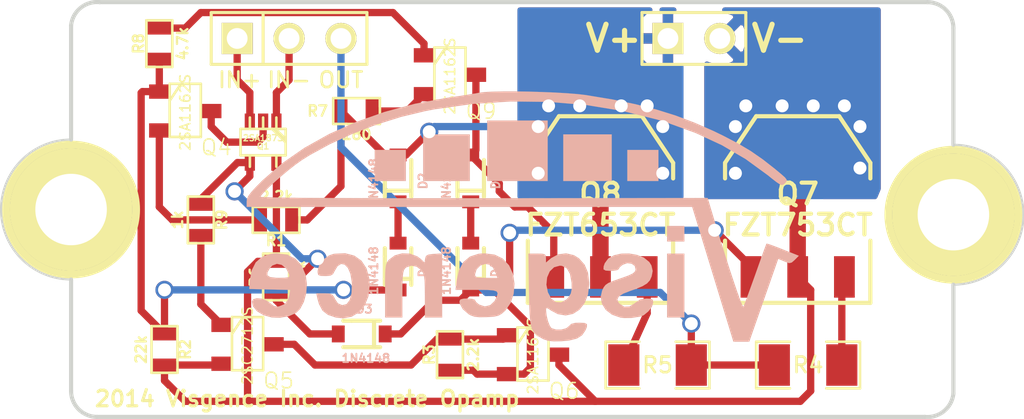
<source format=kicad_pcb>
(kicad_pcb (version 3) (host pcbnew "(2013-07-07 BZR 4022)-stable")

  (general
    (links 39)
    (no_connects 0)
    (area 19.28308 24.2316 69.61692 45.820001)
    (thickness 1.6)
    (drawings 20)
    (tracks 169)
    (zones 0)
    (modules 26)
    (nets 20)
  )

  (page A3)
  (layers
    (15 F.Cu signal)
    (0 B.Cu signal)
    (16 B.Adhes user)
    (17 F.Adhes user)
    (18 B.Paste user)
    (19 F.Paste user)
    (20 B.SilkS user)
    (21 F.SilkS user)
    (22 B.Mask user)
    (23 F.Mask user)
    (24 Dwgs.User user)
    (25 Cmts.User user)
    (26 Eco1.User user)
    (27 Eco2.User user)
    (28 Edge.Cuts user)
  )

  (setup
    (last_trace_width 0.3556)
    (trace_clearance 0.2032)
    (zone_clearance 0.762)
    (zone_45_only no)
    (trace_min 0.254)
    (segment_width 0.2)
    (edge_width 0.2)
    (via_size 0.889)
    (via_drill 0.635)
    (via_min_size 0.889)
    (via_min_drill 0.508)
    (uvia_size 0.508)
    (uvia_drill 0.127)
    (uvias_allowed no)
    (uvia_min_size 0.508)
    (uvia_min_drill 0.127)
    (pcb_text_width 0.3)
    (pcb_text_size 1.5 1.5)
    (mod_edge_width 0.15)
    (mod_text_size 1 1)
    (mod_text_width 0.15)
    (pad_size 1.5 1.5)
    (pad_drill 0.6)
    (pad_to_mask_clearance 0)
    (aux_axis_origin 0 0)
    (visible_elements 7FFFFFBF)
    (pcbplotparams
      (layerselection 284196865)
      (usegerberextensions true)
      (excludeedgelayer false)
      (linewidth 0.150000)
      (plotframeref false)
      (viasonmask false)
      (mode 1)
      (useauxorigin false)
      (hpglpennumber 1)
      (hpglpenspeed 20)
      (hpglpendiameter 15)
      (hpglpenoverlay 2)
      (psnegative false)
      (psa4output false)
      (plotreference true)
      (plotvalue true)
      (plotothertext true)
      (plotinvisibletext false)
      (padsonsilk false)
      (subtractmaskfromsilk true)
      (outputformat 1)
      (mirror false)
      (drillshape 0)
      (scaleselection 1)
      (outputdirectory gerber/))
  )

  (net 0 "")
  (net 1 IN+)
  (net 2 IN-)
  (net 3 N-000001)
  (net 4 N-000002)
  (net 5 N-000003)
  (net 6 N-000004)
  (net 7 N-000005)
  (net 8 N-000006)
  (net 9 N-000012)
  (net 10 N-000013)
  (net 11 N-000014)
  (net 12 N-000015)
  (net 13 N-000016)
  (net 14 N-000017)
  (net 15 N-000018)
  (net 16 N-000019)
  (net 17 OUT)
  (net 18 VCC)
  (net 19 VSS)

  (net_class Default "This is the default net class."
    (clearance 0.2032)
    (trace_width 0.3556)
    (via_dia 0.889)
    (via_drill 0.635)
    (uvia_dia 0.508)
    (uvia_drill 0.127)
    (add_net "")
    (add_net IN+)
    (add_net IN-)
    (add_net N-000001)
    (add_net N-000002)
    (add_net N-000003)
    (add_net N-000004)
    (add_net N-000005)
    (add_net N-000006)
    (add_net N-000012)
    (add_net N-000013)
    (add_net N-000014)
    (add_net N-000015)
    (add_net N-000016)
    (add_net N-000017)
    (add_net N-000018)
    (add_net N-000019)
    (add_net OUT)
    (add_net VCC)
    (add_net VSS)
  )

  (module sot323-5 (layer F.Cu) (tedit 50BDE970) (tstamp 52E87E36)
    (at 32.258 32.258 180)
    (descr SOT323-5)
    (path /52D9B512)
    (attr smd)
    (fp_text reference Q1 (at 0 -0.20066 180) (layer F.SilkS)
      (effects (font (size 0.29972 0.29972) (thickness 0.06096)))
    )
    (fp_text value 2SA1873 (at 0 0.20066 180) (layer F.SilkS)
      (effects (font (size 0.29972 0.29972) (thickness 0.06096)))
    )
    (fp_line (start -0.4445 0.6477) (end -1.1049 -0.0127) (layer F.SilkS) (width 0.127))
    (fp_line (start -0.5969 0.6477) (end -1.1049 0.1524) (layer F.SilkS) (width 0.127))
    (fp_line (start 0.6477 -0.6477) (end 0.6477 -1.2065) (layer F.SilkS) (width 0.127))
    (fp_line (start -0.6477 -0.6477) (end -0.6477 -1.2065) (layer F.SilkS) (width 0.127))
    (fp_line (start 0 0.6477) (end 0 1.2065) (layer F.SilkS) (width 0.127))
    (fp_line (start 0.6477 0.6477) (end 0.6477 1.2065) (layer F.SilkS) (width 0.127))
    (fp_line (start -0.6477 0.6477) (end -0.6477 1.2065) (layer F.SilkS) (width 0.127))
    (fp_line (start -1.1049 -0.6477) (end 1.1049 -0.6477) (layer F.SilkS) (width 0.127))
    (fp_line (start 1.1049 -0.6477) (end 1.1049 0.6477) (layer F.SilkS) (width 0.127))
    (fp_line (start 1.1049 0.6477) (end -1.1049 0.6477) (layer F.SilkS) (width 0.127))
    (fp_line (start -1.1049 0.6477) (end -1.1049 -0.6477) (layer F.SilkS) (width 0.127))
    (pad 1 smd rect (at -0.65024 1.00076 180) (size 0.50038 0.8001)
      (layers F.Cu F.Paste F.Mask)
      (net 2 IN-)
    )
    (pad 3 smd rect (at 0.65024 1.00076 180) (size 0.50038 0.8001)
      (layers F.Cu F.Paste F.Mask)
      (net 1 IN+)
    )
    (pad 2 smd rect (at 0 1.00076 180) (size 0.50038 0.8001)
      (layers F.Cu F.Paste F.Mask)
      (net 13 N-000016)
    )
    (pad 4 smd rect (at 0.65024 -1.00076 180) (size 0.50038 0.8001)
      (layers F.Cu F.Paste F.Mask)
      (net 7 N-000005)
    )
    (pad 5 smd rect (at -0.65024 -1.00076 180) (size 0.50038 0.8001)
      (layers F.Cu F.Paste F.Mask)
      (net 19 VSS)
    )
    (model smd/smd_transistors/sot323-5.wrl
      (at (xyz 0 0 0))
      (scale (xyz 1 1 1))
      (rotate (xyz 0 0 0))
    )
  )

  (module SOT23_INV (layer F.Cu) (tedit 52E88721) (tstamp 52E87E42)
    (at 28.448 30.734 270)
    (descr "SOT_23  PADS 1-2 inverted")
    (tags SOT23)
    (path /52D9B54B)
    (attr smd)
    (fp_text reference Q4 (at 1.778 -1.524 360) (layer F.SilkS)
      (effects (font (size 0.762 0.762) (thickness 0.0762)))
    )
    (fp_text value 2SA1162S (at 0.0635 0 270) (layer F.SilkS)
      (effects (font (size 0.50038 0.50038) (thickness 0.0762)))
    )
    (fp_line (start -0.508 0.762) (end -1.27 0.254) (layer F.SilkS) (width 0.127))
    (fp_line (start 1.27 0.762) (end -1.3335 0.762) (layer F.SilkS) (width 0.127))
    (fp_line (start -1.3335 0.762) (end -1.3335 -0.762) (layer F.SilkS) (width 0.127))
    (fp_line (start -1.3335 -0.762) (end 1.27 -0.762) (layer F.SilkS) (width 0.127))
    (fp_line (start 1.27 -0.762) (end 1.27 0.762) (layer F.SilkS) (width 0.127))
    (pad 3 smd rect (at 0 -1.27 270) (size 0.70104 1.00076)
      (layers F.Cu F.Paste F.Mask)
      (net 13 N-000016)
    )
    (pad 1 smd rect (at 0.9525 1.27 270) (size 0.70104 1.00076)
      (layers F.Cu F.Paste F.Mask)
      (net 14 N-000017)
    )
    (pad 2 smd rect (at -0.9525 1.27 270) (size 0.70104 1.00076)
      (layers F.Cu F.Paste F.Mask)
      (net 12 N-000015)
    )
    (model smd/SOT23_6.wrl
      (at (xyz 0 0 0))
      (scale (xyz 0.11 0.11 0.11))
      (rotate (xyz 0 0 -180))
    )
  )

  (module SOT23_INV (layer F.Cu) (tedit 52E8872C) (tstamp 52E87E4E)
    (at 31.496 42.164 270)
    (descr "SOT_23  PADS 1-2 inverted")
    (tags SOT23)
    (path /52D9B702)
    (attr smd)
    (fp_text reference Q5 (at 1.778 -1.524 360) (layer F.SilkS)
      (effects (font (size 0.762 0.762) (thickness 0.0762)))
    )
    (fp_text value 2SC2712S (at 0.0635 0 270) (layer F.SilkS)
      (effects (font (size 0.50038 0.50038) (thickness 0.0762)))
    )
    (fp_line (start -0.508 0.762) (end -1.27 0.254) (layer F.SilkS) (width 0.127))
    (fp_line (start 1.27 0.762) (end -1.3335 0.762) (layer F.SilkS) (width 0.127))
    (fp_line (start -1.3335 0.762) (end -1.3335 -0.762) (layer F.SilkS) (width 0.127))
    (fp_line (start -1.3335 -0.762) (end 1.27 -0.762) (layer F.SilkS) (width 0.127))
    (fp_line (start 1.27 -0.762) (end 1.27 0.762) (layer F.SilkS) (width 0.127))
    (pad 3 smd rect (at 0 -1.27 270) (size 0.70104 1.00076)
      (layers F.Cu F.Paste F.Mask)
      (net 15 N-000018)
    )
    (pad 1 smd rect (at 0.9525 1.27 270) (size 0.70104 1.00076)
      (layers F.Cu F.Paste F.Mask)
      (net 19 VSS)
    )
    (pad 2 smd rect (at -0.9525 1.27 270) (size 0.70104 1.00076)
      (layers F.Cu F.Paste F.Mask)
      (net 8 N-000006)
    )
    (model smd/SOT23_6.wrl
      (at (xyz 0 0 0))
      (scale (xyz 0.11 0.11 0.11))
      (rotate (xyz 0 0 -180))
    )
  )

  (module SOT23_INV (layer F.Cu) (tedit 52E88742) (tstamp 52E87E5A)
    (at 45.466 42.672 270)
    (descr "SOT_23  PADS 1-2 inverted")
    (tags SOT23)
    (path /52D9B69B)
    (attr smd)
    (fp_text reference Q6 (at 1.778 -1.524 360) (layer F.SilkS)
      (effects (font (size 0.762 0.762) (thickness 0.0762)))
    )
    (fp_text value 2SA1162S (at 0.0635 0 270) (layer F.SilkS)
      (effects (font (size 0.50038 0.50038) (thickness 0.0762)))
    )
    (fp_line (start -0.508 0.762) (end -1.27 0.254) (layer F.SilkS) (width 0.127))
    (fp_line (start 1.27 0.762) (end -1.3335 0.762) (layer F.SilkS) (width 0.127))
    (fp_line (start -1.3335 0.762) (end -1.3335 -0.762) (layer F.SilkS) (width 0.127))
    (fp_line (start -1.3335 -0.762) (end 1.27 -0.762) (layer F.SilkS) (width 0.127))
    (fp_line (start 1.27 -0.762) (end 1.27 0.762) (layer F.SilkS) (width 0.127))
    (pad 3 smd rect (at 0 -1.27 270) (size 0.70104 1.00076)
      (layers F.Cu F.Paste F.Mask)
      (net 19 VSS)
    )
    (pad 1 smd rect (at 0.9525 1.27 270) (size 0.70104 1.00076)
      (layers F.Cu F.Paste F.Mask)
      (net 16 N-000019)
    )
    (pad 2 smd rect (at -0.9525 1.27 270) (size 0.70104 1.00076)
      (layers F.Cu F.Paste F.Mask)
      (net 15 N-000018)
    )
    (model smd/SOT23_6.wrl
      (at (xyz 0 0 0))
      (scale (xyz 0.11 0.11 0.11))
      (rotate (xyz 0 0 -180))
    )
  )

  (module SOT23_INV (layer F.Cu) (tedit 52E88725) (tstamp 52E87E66)
    (at 41.402 28.956 270)
    (descr "SOT_23  PADS 1-2 inverted")
    (tags SOT23)
    (path /52D9B5D9)
    (attr smd)
    (fp_text reference Q9 (at 1.778 -1.524 360) (layer F.SilkS)
      (effects (font (size 0.762 0.762) (thickness 0.0762)))
    )
    (fp_text value 2SA1162S (at 0.0635 0 270) (layer F.SilkS)
      (effects (font (size 0.50038 0.50038) (thickness 0.0762)))
    )
    (fp_line (start -0.508 0.762) (end -1.27 0.254) (layer F.SilkS) (width 0.127))
    (fp_line (start 1.27 0.762) (end -1.3335 0.762) (layer F.SilkS) (width 0.127))
    (fp_line (start -1.3335 0.762) (end -1.3335 -0.762) (layer F.SilkS) (width 0.127))
    (fp_line (start -1.3335 -0.762) (end 1.27 -0.762) (layer F.SilkS) (width 0.127))
    (fp_line (start 1.27 -0.762) (end 1.27 0.762) (layer F.SilkS) (width 0.127))
    (pad 3 smd rect (at 0 -1.27 270) (size 0.70104 1.00076)
      (layers F.Cu F.Paste F.Mask)
      (net 4 N-000002)
    )
    (pad 1 smd rect (at 0.9525 1.27 270) (size 0.70104 1.00076)
      (layers F.Cu F.Paste F.Mask)
      (net 10 N-000013)
    )
    (pad 2 smd rect (at -0.9525 1.27 270) (size 0.70104 1.00076)
      (layers F.Cu F.Paste F.Mask)
      (net 11 N-000014)
    )
    (model smd/SOT23_6.wrl
      (at (xyz 0 0 0))
      (scale (xyz 0.11 0.11 0.11))
      (rotate (xyz 0 0 -180))
    )
  )

  (module SOT223-BJT (layer F.Cu) (tedit 52D9DA2E) (tstamp 52E87E77)
    (at 58.42 35.56)
    (descr "module CMS SOT223 4 pins")
    (tags "CMS SOT")
    (path /52D9B674)
    (attr smd)
    (fp_text reference Q7 (at 0 -0.762) (layer F.SilkS)
      (effects (font (size 1.016 1.016) (thickness 0.2032)))
    )
    (fp_text value FZT753CT (at 0 0.762) (layer F.SilkS)
      (effects (font (size 1.016 1.016) (thickness 0.2032)))
    )
    (fp_line (start 0 3.5) (end 0 -2.5) (layer F.Cu) (width 0.8))
    (fp_line (start -3.556 1.524) (end -3.556 4.572) (layer F.SilkS) (width 0.2032))
    (fp_line (start -3.556 4.572) (end 3.556 4.572) (layer F.SilkS) (width 0.2032))
    (fp_line (start 3.556 4.572) (end 3.556 1.524) (layer F.SilkS) (width 0.2032))
    (fp_line (start -3.556 -1.524) (end -3.556 -2.286) (layer F.SilkS) (width 0.2032))
    (fp_line (start -3.556 -2.286) (end -2.032 -4.572) (layer F.SilkS) (width 0.2032))
    (fp_line (start -2.032 -4.572) (end 2.032 -4.572) (layer F.SilkS) (width 0.2032))
    (fp_line (start 2.032 -4.572) (end 3.556 -2.286) (layer F.SilkS) (width 0.2032))
    (fp_line (start 3.556 -2.286) (end 3.556 -1.524) (layer F.SilkS) (width 0.2032))
    (pad 3 smd rect (at 0 -3.302) (size 3.6576 2.032)
      (layers F.Cu F.Paste F.Mask)
      (net 19 VSS)
    )
    (pad 3 smd rect (at 0 3.302) (size 1.016 2.032)
      (layers F.Cu F.Paste F.Mask)
      (net 19 VSS)
    )
    (pad 1 smd rect (at 2.286 3.302) (size 1.016 2.032)
      (layers F.Cu F.Paste F.Mask)
      (net 3 N-000001)
    )
    (pad 2 smd rect (at -2.286 3.302) (size 1.016 2.032)
      (layers F.Cu F.Paste F.Mask)
      (net 16 N-000019)
    )
    (model smd/SOT223.wrl
      (at (xyz 0 0 0))
      (scale (xyz 0.4 0.4 0.4))
      (rotate (xyz 0 0 0))
    )
  )

  (module SOT223-BJT (layer F.Cu) (tedit 52D9DA2E) (tstamp 52E87E88)
    (at 48.768 35.56)
    (descr "module CMS SOT223 4 pins")
    (tags "CMS SOT")
    (path /52D9B9FE)
    (attr smd)
    (fp_text reference Q8 (at 0 -0.762) (layer F.SilkS)
      (effects (font (size 1.016 1.016) (thickness 0.2032)))
    )
    (fp_text value FZT653CT (at 0 0.762) (layer F.SilkS)
      (effects (font (size 1.016 1.016) (thickness 0.2032)))
    )
    (fp_line (start 0 3.5) (end 0 -2.5) (layer F.Cu) (width 0.8))
    (fp_line (start -3.556 1.524) (end -3.556 4.572) (layer F.SilkS) (width 0.2032))
    (fp_line (start -3.556 4.572) (end 3.556 4.572) (layer F.SilkS) (width 0.2032))
    (fp_line (start 3.556 4.572) (end 3.556 1.524) (layer F.SilkS) (width 0.2032))
    (fp_line (start -3.556 -1.524) (end -3.556 -2.286) (layer F.SilkS) (width 0.2032))
    (fp_line (start -3.556 -2.286) (end -2.032 -4.572) (layer F.SilkS) (width 0.2032))
    (fp_line (start -2.032 -4.572) (end 2.032 -4.572) (layer F.SilkS) (width 0.2032))
    (fp_line (start 2.032 -4.572) (end 3.556 -2.286) (layer F.SilkS) (width 0.2032))
    (fp_line (start 3.556 -2.286) (end 3.556 -1.524) (layer F.SilkS) (width 0.2032))
    (pad 3 smd rect (at 0 -3.302) (size 3.6576 2.032)
      (layers F.Cu F.Paste F.Mask)
      (net 18 VCC)
    )
    (pad 3 smd rect (at 0 3.302) (size 1.016 2.032)
      (layers F.Cu F.Paste F.Mask)
      (net 18 VCC)
    )
    (pad 1 smd rect (at 2.286 3.302) (size 1.016 2.032)
      (layers F.Cu F.Paste F.Mask)
      (net 5 N-000003)
    )
    (pad 2 smd rect (at -2.286 3.302) (size 1.016 2.032)
      (layers F.Cu F.Paste F.Mask)
      (net 4 N-000002)
    )
    (model smd/SOT223.wrl
      (at (xyz 0 0 0))
      (scale (xyz 0.4 0.4 0.4))
      (rotate (xyz 0 0 0))
    )
  )

  (module SOD-323 (layer F.Cu) (tedit 52C3B5AF) (tstamp 52E87E93)
    (at 42.418 34.036 270)
    (path /52D9B652)
    (attr smd)
    (fp_text reference D5 (at 0.127 -1.2192 270) (layer B.SilkS)
      (effects (font (size 0.4064 0.4064) (thickness 0.0889)))
    )
    (fp_text value 1N4148 (at 0.2032 1.1938 270) (layer B.SilkS)
      (effects (font (size 0.4064 0.4064) (thickness 0.0889)))
    )
    (fp_line (start -0.8992 -0.6477) (end -0.4978 -0.6477) (layer F.SilkS) (width 0.2032))
    (fp_line (start -0.4978 -0.6477) (end 0.8992 -0.6477) (layer F.SilkS) (width 0.2032))
    (fp_line (start -0.8992 0.6477) (end -0.4978 0.6477) (layer F.SilkS) (width 0.2032))
    (fp_line (start -0.4978 0.6477) (end 0.8992 0.6477) (layer F.SilkS) (width 0.2032))
    (fp_line (start 0.6022 -0.6477) (end 0.6022 0.6477) (layer F.SilkS) (width 0.2032))
    (pad 1 smd rect (at -1.1481 0 270) (size 0.6299 0.828)
      (layers F.Cu F.Paste F.Mask)
      (net 4 N-000002)
    )
    (pad 2 smd rect (at 1.1481 0 270) (size 0.6299 0.828)
      (layers F.Cu F.Paste F.Mask)
      (net 6 N-000004)
    )
  )

  (module SOD-323 (layer F.Cu) (tedit 52C3B5AF) (tstamp 52E87E9E)
    (at 42.418 38.354 270)
    (path /52D9B658)
    (attr smd)
    (fp_text reference D4 (at 0.127 -1.2192 270) (layer B.SilkS)
      (effects (font (size 0.4064 0.4064) (thickness 0.0889)))
    )
    (fp_text value 1N4148 (at 0.2032 1.1938 270) (layer B.SilkS)
      (effects (font (size 0.4064 0.4064) (thickness 0.0889)))
    )
    (fp_line (start -0.8992 -0.6477) (end -0.4978 -0.6477) (layer F.SilkS) (width 0.2032))
    (fp_line (start -0.4978 -0.6477) (end 0.8992 -0.6477) (layer F.SilkS) (width 0.2032))
    (fp_line (start -0.8992 0.6477) (end -0.4978 0.6477) (layer F.SilkS) (width 0.2032))
    (fp_line (start -0.4978 0.6477) (end 0.8992 0.6477) (layer F.SilkS) (width 0.2032))
    (fp_line (start 0.6022 -0.6477) (end 0.6022 0.6477) (layer F.SilkS) (width 0.2032))
    (pad 1 smd rect (at -1.1481 0 270) (size 0.6299 0.828)
      (layers F.Cu F.Paste F.Mask)
      (net 6 N-000004)
    )
    (pad 2 smd rect (at 1.1481 0 270) (size 0.6299 0.828)
      (layers F.Cu F.Paste F.Mask)
      (net 16 N-000019)
    )
  )

  (module SOD-323 (layer F.Cu) (tedit 52C3B5AF) (tstamp 52E87EA9)
    (at 38.862 34.036 270)
    (path /52D9B56A)
    (attr smd)
    (fp_text reference D2 (at 0.127 -1.2192 270) (layer B.SilkS)
      (effects (font (size 0.4064 0.4064) (thickness 0.0889)))
    )
    (fp_text value 1N4148 (at 0.2032 1.1938 270) (layer B.SilkS)
      (effects (font (size 0.4064 0.4064) (thickness 0.0889)))
    )
    (fp_line (start -0.8992 -0.6477) (end -0.4978 -0.6477) (layer F.SilkS) (width 0.2032))
    (fp_line (start -0.4978 -0.6477) (end 0.8992 -0.6477) (layer F.SilkS) (width 0.2032))
    (fp_line (start -0.8992 0.6477) (end -0.4978 0.6477) (layer F.SilkS) (width 0.2032))
    (fp_line (start -0.4978 0.6477) (end 0.8992 0.6477) (layer F.SilkS) (width 0.2032))
    (fp_line (start 0.6022 -0.6477) (end 0.6022 0.6477) (layer F.SilkS) (width 0.2032))
    (pad 1 smd rect (at -1.1481 0 270) (size 0.6299 0.828)
      (layers F.Cu F.Paste F.Mask)
      (net 18 VCC)
    )
    (pad 2 smd rect (at 1.1481 0 270) (size 0.6299 0.828)
      (layers F.Cu F.Paste F.Mask)
      (net 9 N-000012)
    )
  )

  (module SOD-323 (layer F.Cu) (tedit 52C3B5AF) (tstamp 52E87EB4)
    (at 38.862 38.354 270)
    (path /52D9B55D)
    (attr smd)
    (fp_text reference D1 (at 0.127 -1.2192 270) (layer B.SilkS)
      (effects (font (size 0.4064 0.4064) (thickness 0.0889)))
    )
    (fp_text value 1N4148 (at 0.2032 1.1938 270) (layer B.SilkS)
      (effects (font (size 0.4064 0.4064) (thickness 0.0889)))
    )
    (fp_line (start -0.8992 -0.6477) (end -0.4978 -0.6477) (layer F.SilkS) (width 0.2032))
    (fp_line (start -0.4978 -0.6477) (end 0.8992 -0.6477) (layer F.SilkS) (width 0.2032))
    (fp_line (start -0.8992 0.6477) (end -0.4978 0.6477) (layer F.SilkS) (width 0.2032))
    (fp_line (start -0.4978 0.6477) (end 0.8992 0.6477) (layer F.SilkS) (width 0.2032))
    (fp_line (start 0.6022 -0.6477) (end 0.6022 0.6477) (layer F.SilkS) (width 0.2032))
    (pad 1 smd rect (at -1.1481 0 270) (size 0.6299 0.828)
      (layers F.Cu F.Paste F.Mask)
      (net 9 N-000012)
    )
    (pad 2 smd rect (at 1.1481 0 270) (size 0.6299 0.828)
      (layers F.Cu F.Paste F.Mask)
      (net 12 N-000015)
    )
  )

  (module SOD-323 (layer F.Cu) (tedit 52F1D133) (tstamp 52E87EBF)
    (at 37.084 41.656)
    (path /52D9B70F)
    (attr smd)
    (fp_text reference D3 (at 0.127 -1.2192) (layer B.SilkS)
      (effects (font (size 0.4064 0.4064) (thickness 0.0889)))
    )
    (fp_text value 1N4148 (at 0.2032 1.1938) (layer B.SilkS)
      (effects (font (size 0.4064 0.4064) (thickness 0.0889)))
    )
    (fp_line (start -0.8992 -0.6477) (end -0.4978 -0.6477) (layer F.SilkS) (width 0.2032))
    (fp_line (start -0.4978 -0.6477) (end 0.8992 -0.6477) (layer F.SilkS) (width 0.2032))
    (fp_line (start -0.8992 0.6477) (end -0.4978 0.6477) (layer F.SilkS) (width 0.2032))
    (fp_line (start -0.4978 0.6477) (end 0.8992 0.6477) (layer F.SilkS) (width 0.2032))
    (fp_line (start 0.6022 -0.6477) (end 0.6022 0.6477) (layer F.SilkS) (width 0.2032))
    (pad 1 smd rect (at -1.1481 0) (size 0.6299 0.828)
      (layers F.Cu F.Paste F.Mask)
      (net 7 N-000005)
    )
    (pad 2 smd rect (at 1.1481 0) (size 0.6299 0.828)
      (layers F.Cu F.Paste F.Mask)
      (net 16 N-000019)
    )
  )

  (module SM1206 (layer F.Cu) (tedit 42806E24) (tstamp 52E87ECB)
    (at 58.928 43.18)
    (path /52D9B97A)
    (attr smd)
    (fp_text reference R4 (at 0 0) (layer F.SilkS)
      (effects (font (size 0.762 0.762) (thickness 0.127)))
    )
    (fp_text value 10 (at 0 0) (layer F.SilkS) hide
      (effects (font (size 0.762 0.762) (thickness 0.127)))
    )
    (fp_line (start -2.54 -1.143) (end -2.54 1.143) (layer F.SilkS) (width 0.127))
    (fp_line (start -2.54 1.143) (end -0.889 1.143) (layer F.SilkS) (width 0.127))
    (fp_line (start 0.889 -1.143) (end 2.54 -1.143) (layer F.SilkS) (width 0.127))
    (fp_line (start 2.54 -1.143) (end 2.54 1.143) (layer F.SilkS) (width 0.127))
    (fp_line (start 2.54 1.143) (end 0.889 1.143) (layer F.SilkS) (width 0.127))
    (fp_line (start -0.889 -1.143) (end -2.54 -1.143) (layer F.SilkS) (width 0.127))
    (pad 1 smd rect (at -1.651 0) (size 1.524 2.032)
      (layers F.Cu F.Paste F.Mask)
      (net 17 OUT)
    )
    (pad 2 smd rect (at 1.651 0) (size 1.524 2.032)
      (layers F.Cu F.Paste F.Mask)
      (net 3 N-000001)
    )
    (model smd/chip_cms.wrl
      (at (xyz 0 0 0))
      (scale (xyz 0.17 0.16 0.16))
      (rotate (xyz 0 0 0))
    )
  )

  (module SM1206 (layer F.Cu) (tedit 42806E24) (tstamp 52E87ED7)
    (at 51.562 43.18)
    (path /52D9B980)
    (attr smd)
    (fp_text reference R5 (at 0 0) (layer F.SilkS)
      (effects (font (size 0.762 0.762) (thickness 0.127)))
    )
    (fp_text value 10 (at 0 0) (layer F.SilkS) hide
      (effects (font (size 0.762 0.762) (thickness 0.127)))
    )
    (fp_line (start -2.54 -1.143) (end -2.54 1.143) (layer F.SilkS) (width 0.127))
    (fp_line (start -2.54 1.143) (end -0.889 1.143) (layer F.SilkS) (width 0.127))
    (fp_line (start 0.889 -1.143) (end 2.54 -1.143) (layer F.SilkS) (width 0.127))
    (fp_line (start 2.54 -1.143) (end 2.54 1.143) (layer F.SilkS) (width 0.127))
    (fp_line (start 2.54 1.143) (end 0.889 1.143) (layer F.SilkS) (width 0.127))
    (fp_line (start -0.889 -1.143) (end -2.54 -1.143) (layer F.SilkS) (width 0.127))
    (pad 1 smd rect (at -1.651 0) (size 1.524 2.032)
      (layers F.Cu F.Paste F.Mask)
      (net 5 N-000003)
    )
    (pad 2 smd rect (at 1.651 0) (size 1.524 2.032)
      (layers F.Cu F.Paste F.Mask)
      (net 17 OUT)
    )
    (model smd/chip_cms.wrl
      (at (xyz 0 0 0))
      (scale (xyz 0.17 0.16 0.16))
      (rotate (xyz 0 0 0))
    )
  )

  (module SM0603_VIS (layer F.Cu) (tedit 52A161E2) (tstamp 52E87EE1)
    (at 27.178 27.432 90)
    (path /52D9B5A9)
    (attr smd)
    (fp_text reference R8 (at 0 -1.016 90) (layer F.SilkS)
      (effects (font (size 0.508 0.508) (thickness 0.1143)))
    )
    (fp_text value 4.7k (at 0 1.143 90) (layer F.SilkS)
      (effects (font (size 0.508 0.508) (thickness 0.1143)))
    )
    (fp_line (start -1.143 -0.635) (end 1.143 -0.635) (layer F.SilkS) (width 0.127))
    (fp_line (start 1.143 -0.635) (end 1.143 0.635) (layer F.SilkS) (width 0.127))
    (fp_line (start 1.143 0.635) (end -1.143 0.635) (layer F.SilkS) (width 0.127))
    (fp_line (start -1.143 0.635) (end -1.143 -0.635) (layer F.SilkS) (width 0.127))
    (pad 1 smd rect (at -0.762 0 90) (size 0.635 1.143)
      (layers F.Cu F.Paste F.Mask)
      (net 12 N-000015)
    )
    (pad 2 smd rect (at 0.762 0 90) (size 0.635 1.143)
      (layers F.Cu F.Paste F.Mask)
      (net 11 N-000014)
    )
    (model smd\resistors\R0603.wrl
      (at (xyz 0 0 0.001))
      (scale (xyz 0.5 0.5 0.5))
      (rotate (xyz 0 0 0))
    )
  )

  (module SM0603_VIS (layer F.Cu) (tedit 52F1CAEE) (tstamp 52E87EEB)
    (at 36.83 30.734)
    (path /52D9B5E6)
    (attr smd)
    (fp_text reference R7 (at -1.905 0) (layer F.SilkS)
      (effects (font (size 0.508 0.508) (thickness 0.1143)))
    )
    (fp_text value 180 (at 0 1.143) (layer F.SilkS)
      (effects (font (size 0.508 0.508) (thickness 0.1143)))
    )
    (fp_line (start -1.143 -0.635) (end 1.143 -0.635) (layer F.SilkS) (width 0.127))
    (fp_line (start 1.143 -0.635) (end 1.143 0.635) (layer F.SilkS) (width 0.127))
    (fp_line (start 1.143 0.635) (end -1.143 0.635) (layer F.SilkS) (width 0.127))
    (fp_line (start -1.143 0.635) (end -1.143 -0.635) (layer F.SilkS) (width 0.127))
    (pad 1 smd rect (at -0.762 0) (size 0.635 1.143)
      (layers F.Cu F.Paste F.Mask)
      (net 18 VCC)
    )
    (pad 2 smd rect (at 0.762 0) (size 0.635 1.143)
      (layers F.Cu F.Paste F.Mask)
      (net 10 N-000013)
    )
    (model smd\resistors\R0603.wrl
      (at (xyz 0 0 0.001))
      (scale (xyz 0.5 0.5 0.5))
      (rotate (xyz 0 0 0))
    )
  )

  (module SM0603_VIS (layer F.Cu) (tedit 52A161E2) (tstamp 52E87EF5)
    (at 27.432 42.418 270)
    (path /52D9B59C)
    (attr smd)
    (fp_text reference R2 (at 0 -1.016 270) (layer F.SilkS)
      (effects (font (size 0.508 0.508) (thickness 0.1143)))
    )
    (fp_text value 22k (at 0 1.143 270) (layer F.SilkS)
      (effects (font (size 0.508 0.508) (thickness 0.1143)))
    )
    (fp_line (start -1.143 -0.635) (end 1.143 -0.635) (layer F.SilkS) (width 0.127))
    (fp_line (start 1.143 -0.635) (end 1.143 0.635) (layer F.SilkS) (width 0.127))
    (fp_line (start 1.143 0.635) (end -1.143 0.635) (layer F.SilkS) (width 0.127))
    (fp_line (start -1.143 0.635) (end -1.143 -0.635) (layer F.SilkS) (width 0.127))
    (pad 1 smd rect (at -0.762 0 270) (size 0.635 1.143)
      (layers F.Cu F.Paste F.Mask)
      (net 12 N-000015)
    )
    (pad 2 smd rect (at 0.762 0 270) (size 0.635 1.143)
      (layers F.Cu F.Paste F.Mask)
      (net 19 VSS)
    )
    (model smd\resistors\R0603.wrl
      (at (xyz 0 0 0.001))
      (scale (xyz 0.5 0.5 0.5))
      (rotate (xyz 0 0 0))
    )
  )

  (module SM0603_VIS (layer F.Cu) (tedit 52A161E2) (tstamp 52E87EFF)
    (at 41.402 42.672 90)
    (path /52D9B695)
    (attr smd)
    (fp_text reference R3 (at 0 -1.016 90) (layer F.SilkS)
      (effects (font (size 0.508 0.508) (thickness 0.1143)))
    )
    (fp_text value 2.2k (at 0 1.143 90) (layer F.SilkS)
      (effects (font (size 0.508 0.508) (thickness 0.1143)))
    )
    (fp_line (start -1.143 -0.635) (end 1.143 -0.635) (layer F.SilkS) (width 0.127))
    (fp_line (start 1.143 -0.635) (end 1.143 0.635) (layer F.SilkS) (width 0.127))
    (fp_line (start 1.143 0.635) (end -1.143 0.635) (layer F.SilkS) (width 0.127))
    (fp_line (start -1.143 0.635) (end -1.143 -0.635) (layer F.SilkS) (width 0.127))
    (pad 1 smd rect (at -0.762 0 90) (size 0.635 1.143)
      (layers F.Cu F.Paste F.Mask)
      (net 16 N-000019)
    )
    (pad 2 smd rect (at 0.762 0 90) (size 0.635 1.143)
      (layers F.Cu F.Paste F.Mask)
      (net 15 N-000018)
    )
    (model smd\resistors\R0603.wrl
      (at (xyz 0 0 0.001))
      (scale (xyz 0.5 0.5 0.5))
      (rotate (xyz 0 0 0))
    )
  )

  (module SM0603_VIS (layer F.Cu) (tedit 52A161E2) (tstamp 52E8D99D)
    (at 29.21 36.068 270)
    (path /52D9B7EF)
    (attr smd)
    (fp_text reference R9 (at 0 -1.016 270) (layer F.SilkS)
      (effects (font (size 0.508 0.508) (thickness 0.1143)))
    )
    (fp_text value 1k (at 0 1.143 270) (layer F.SilkS)
      (effects (font (size 0.508 0.508) (thickness 0.1143)))
    )
    (fp_line (start -1.143 -0.635) (end 1.143 -0.635) (layer F.SilkS) (width 0.127))
    (fp_line (start 1.143 -0.635) (end 1.143 0.635) (layer F.SilkS) (width 0.127))
    (fp_line (start 1.143 0.635) (end -1.143 0.635) (layer F.SilkS) (width 0.127))
    (fp_line (start -1.143 0.635) (end -1.143 -0.635) (layer F.SilkS) (width 0.127))
    (pad 1 smd rect (at -0.762 0 270) (size 0.635 1.143)
      (layers F.Cu F.Paste F.Mask)
      (net 7 N-000005)
    )
    (pad 2 smd rect (at 0.762 0 270) (size 0.635 1.143)
      (layers F.Cu F.Paste F.Mask)
      (net 8 N-000006)
    )
    (model smd\resistors\R0603.wrl
      (at (xyz 0 0 0.001))
      (scale (xyz 0.5 0.5 0.5))
      (rotate (xyz 0 0 0))
    )
  )

  (module SM0603_VIS (layer F.Cu) (tedit 52A161E2) (tstamp 52E87F13)
    (at 32.893 38.862 90)
    (path /52D9B8A3)
    (attr smd)
    (fp_text reference R6 (at 0 -1.016 90) (layer F.SilkS)
      (effects (font (size 0.508 0.508) (thickness 0.1143)))
    )
    (fp_text value 4.7k (at 0 1.143 90) (layer F.SilkS)
      (effects (font (size 0.508 0.508) (thickness 0.1143)))
    )
    (fp_line (start -1.143 -0.635) (end 1.143 -0.635) (layer F.SilkS) (width 0.127))
    (fp_line (start 1.143 -0.635) (end 1.143 0.635) (layer F.SilkS) (width 0.127))
    (fp_line (start 1.143 0.635) (end -1.143 0.635) (layer F.SilkS) (width 0.127))
    (fp_line (start -1.143 0.635) (end -1.143 -0.635) (layer F.SilkS) (width 0.127))
    (pad 1 smd rect (at -0.762 0 90) (size 0.635 1.143)
      (layers F.Cu F.Paste F.Mask)
      (net 7 N-000005)
    )
    (pad 2 smd rect (at 0.762 0 90) (size 0.635 1.143)
      (layers F.Cu F.Paste F.Mask)
      (net 19 VSS)
    )
    (model smd\resistors\R0603.wrl
      (at (xyz 0 0 0.001))
      (scale (xyz 0.5 0.5 0.5))
      (rotate (xyz 0 0 0))
    )
  )

  (module SM0603_VIS (layer F.Cu) (tedit 52A161E2) (tstamp 52E87F1D)
    (at 32.893 36.068 180)
    (path /52D9B532)
    (attr smd)
    (fp_text reference R1 (at 0 -1.016 180) (layer F.SilkS)
      (effects (font (size 0.508 0.508) (thickness 0.1143)))
    )
    (fp_text value 2.2k (at 0 1.143 180) (layer F.SilkS)
      (effects (font (size 0.508 0.508) (thickness 0.1143)))
    )
    (fp_line (start -1.143 -0.635) (end 1.143 -0.635) (layer F.SilkS) (width 0.127))
    (fp_line (start 1.143 -0.635) (end 1.143 0.635) (layer F.SilkS) (width 0.127))
    (fp_line (start 1.143 0.635) (end -1.143 0.635) (layer F.SilkS) (width 0.127))
    (fp_line (start -1.143 0.635) (end -1.143 -0.635) (layer F.SilkS) (width 0.127))
    (pad 1 smd rect (at -0.762 0 180) (size 0.635 1.143)
      (layers F.Cu F.Paste F.Mask)
      (net 18 VCC)
    )
    (pad 2 smd rect (at 0.762 0 180) (size 0.635 1.143)
      (layers F.Cu F.Paste F.Mask)
      (net 14 N-000017)
    )
    (model smd\resistors\R0603.wrl
      (at (xyz 0 0 0.001))
      (scale (xyz 0.5 0.5 0.5))
      (rotate (xyz 0 0 0))
    )
  )

  (module PIN_ARRAY_3X1 (layer F.Cu) (tedit 52F1CA25) (tstamp 52E87F29)
    (at 33.528 27.178)
    (descr "Connecteur 3 pins")
    (tags "CONN DEV")
    (path /52D9D1F5)
    (fp_text reference P2 (at -4.572 1.016) (layer F.SilkS) hide
      (effects (font (size 1.016 1.016) (thickness 0.1524)))
    )
    (fp_text value CONN_3 (at 0 -2.159) (layer F.SilkS) hide
      (effects (font (size 1.016 1.016) (thickness 0.1524)))
    )
    (fp_line (start -3.81 1.27) (end -3.81 -1.27) (layer F.SilkS) (width 0.1524))
    (fp_line (start -3.81 -1.27) (end 3.81 -1.27) (layer F.SilkS) (width 0.1524))
    (fp_line (start 3.81 -1.27) (end 3.81 1.27) (layer F.SilkS) (width 0.1524))
    (fp_line (start 3.81 1.27) (end -3.81 1.27) (layer F.SilkS) (width 0.1524))
    (fp_line (start -1.27 -1.27) (end -1.27 1.27) (layer F.SilkS) (width 0.1524))
    (pad 1 thru_hole rect (at -2.54 0) (size 1.524 1.524) (drill 1.016)
      (layers *.Cu *.Mask F.SilkS)
      (net 1 IN+)
    )
    (pad 2 thru_hole circle (at 0 0) (size 1.524 1.524) (drill 1.016)
      (layers *.Cu *.Mask F.SilkS)
      (net 2 IN-)
    )
    (pad 3 thru_hole circle (at 2.54 0) (size 1.524 1.524) (drill 1.016)
      (layers *.Cu *.Mask F.SilkS)
      (net 17 OUT)
    )
    (model pin_array/pins_array_3x1.wrl
      (at (xyz 0 0 0))
      (scale (xyz 1 1 1))
      (rotate (xyz 0 0 0))
    )
  )

  (module PIN_ARRAY_2X1 (layer F.Cu) (tedit 52F1CA1D) (tstamp 52E87F33)
    (at 53.34 27.178)
    (descr "Connecteurs 2 pins")
    (tags "CONN DEV")
    (path /52D9D15E)
    (fp_text reference P1 (at 0 2.032) (layer F.SilkS) hide
      (effects (font (size 0.762 0.762) (thickness 0.1524)))
    )
    (fp_text value PWR (at 0 -1.905) (layer F.SilkS) hide
      (effects (font (size 0.762 0.762) (thickness 0.1524)))
    )
    (fp_line (start -2.54 1.27) (end -2.54 -1.27) (layer F.SilkS) (width 0.1524))
    (fp_line (start -2.54 -1.27) (end 2.54 -1.27) (layer F.SilkS) (width 0.1524))
    (fp_line (start 2.54 -1.27) (end 2.54 1.27) (layer F.SilkS) (width 0.1524))
    (fp_line (start 2.54 1.27) (end -2.54 1.27) (layer F.SilkS) (width 0.1524))
    (pad 1 thru_hole rect (at -1.27 0) (size 1.524 1.524) (drill 1.016)
      (layers *.Cu *.Mask F.SilkS)
      (net 18 VCC)
    )
    (pad 2 thru_hole circle (at 1.27 0) (size 1.524 1.524) (drill 1.016)
      (layers *.Cu *.Mask F.SilkS)
      (net 19 VSS)
    )
    (model pin_array/pins_array_2x1.wrl
      (at (xyz 0 0 0))
      (scale (xyz 1 1 1))
      (rotate (xyz 0 0 0))
    )
  )

  (module 1pin_C (layer F.Cu) (tedit 52E88A39) (tstamp 52E8D810)
    (at 22.86 35.56)
    (descr "module 1 pin (ou trou mecanique de percage)")
    (tags DEV)
    (path 1pin)
    (fp_text reference h1 (at 0 -3.048) (layer F.SilkS) hide
      (effects (font (size 1.016 1.016) (thickness 0.254)))
    )
    (fp_text value pin (at 0 2.794) (layer F.SilkS) hide
      (effects (font (size 1.016 1.016) (thickness 0.254)))
    )
    (fp_circle (center 0 0) (end 3.175 0.2286) (layer F.SilkS) (width 0.381))
    (pad 1 thru_hole circle (at 0 0) (size 6 6) (drill 3.5)
      (layers *.Cu *.Mask F.SilkS)
    )
  )

  (module 1pin_C (layer F.Cu) (tedit 52E88A41) (tstamp 52E8E1C2)
    (at 66.04 35.814)
    (descr "module 1 pin (ou trou mecanique de percage)")
    (tags DEV)
    (path 1pin)
    (fp_text reference h2 (at 0 -3.048) (layer F.SilkS) hide
      (effects (font (size 1.016 1.016) (thickness 0.254)))
    )
    (fp_text value pin (at 0 2.794) (layer F.SilkS) hide
      (effects (font (size 1.016 1.016) (thickness 0.254)))
    )
    (fp_circle (center 0 0) (end 3.175 0.2286) (layer F.SilkS) (width 0.381))
    (pad 1 thru_hole circle (at 0 0) (size 6 6) (drill 3.5)
      (layers *.Cu *.Mask F.SilkS)
    )
  )

  (module LOGOMIRROR (layer B.Cu) (tedit 0) (tstamp 52F1D32B)
    (at 44.831 36.195)
    (fp_text reference G*** (at 0 -7.19582) (layer B.SilkS) hide
      (effects (font (size 1.524 1.524) (thickness 0.3048)) (justify mirror))
    )
    (fp_text value LOGO (at 0 7.19582) (layer B.SilkS) hide
      (effects (font (size 1.524 1.524) (thickness 0.3048)) (justify mirror))
    )
    (fp_poly (pts (xy 3.38582 3.02768) (xy 3.3274 3.53314) (xy 3.15976 3.95478) (xy 2.9083 4.27482)
      (xy 2.59334 4.48056) (xy 2.5273 4.49326) (xy 2.5273 3.27914) (xy 2.52476 2.98196)
      (xy 2.52222 2.94386) (xy 2.44602 2.52476) (xy 2.29108 2.25044) (xy 2.05486 2.12598)
      (xy 1.95072 2.11582) (xy 1.66878 2.19202) (xy 1.45542 2.39522) (xy 1.32588 2.68986)
      (xy 1.29032 3.048) (xy 1.36398 3.42138) (xy 1.53162 3.7338) (xy 1.75768 3.8989)
      (xy 2.01168 3.91414) (xy 2.26822 3.7719) (xy 2.37998 3.64998) (xy 2.48412 3.4798)
      (xy 2.5273 3.27914) (xy 2.5273 4.49326) (xy 2.23266 4.55676) (xy 1.84658 4.49072)
      (xy 1.52654 4.32054) (xy 1.3589 4.20878) (xy 1.28778 4.19354) (xy 1.27254 4.27482)
      (xy 1.27254 4.29006) (xy 1.30048 4.55168) (xy 1.36652 4.82854) (xy 1.45542 5.05714)
      (xy 1.53924 5.17652) (xy 1.75768 5.2451) (xy 2.02184 5.2451) (xy 2.2606 5.1816)
      (xy 2.39014 5.08) (xy 2.50444 4.96824) (xy 2.70002 4.91744) (xy 2.89814 4.90982)
      (xy 3.15976 4.92252) (xy 3.2766 4.98094) (xy 3.27406 5.11556) (xy 3.20294 5.28574)
      (xy 3.03784 5.52704) (xy 2.7813 5.6896) (xy 2.40792 5.78358) (xy 2.032 5.81914)
      (xy 1.64846 5.82676) (xy 1.37414 5.79882) (xy 1.15824 5.72516) (xy 1.10744 5.69976)
      (xy 0.90678 5.58546) (xy 0.75438 5.47116) (xy 0.64008 5.32892) (xy 0.5588 5.13588)
      (xy 0.50546 4.87172) (xy 0.47244 4.5085) (xy 0.45212 4.02844) (xy 0.43942 3.40614)
      (xy 0.43688 3.29438) (xy 0.41148 1.524) (xy 0.84074 1.524) (xy 1.0922 1.52908)
      (xy 1.22174 1.56464) (xy 1.26492 1.64592) (xy 1.27 1.74244) (xy 1.27 1.96088)
      (xy 1.52908 1.74244) (xy 1.86944 1.55956) (xy 2.25806 1.5113) (xy 2.63906 1.60274)
      (xy 2.8829 1.7526) (xy 3.1623 2.06756) (xy 3.3274 2.45872) (xy 3.38582 2.95656)
      (xy 3.38582 3.02768) (xy 3.38582 3.02768)) (layer B.SilkS) (width 0.00254))
    (fp_poly (pts (xy 13.64488 1.63068) (xy 13.44422 1.83388) (xy 13.29944 1.96088) (xy 13.17752 1.99136)
      (xy 12.99464 1.93294) (xy 12.93876 1.91008) (xy 12.6365 1.78308) (xy 11.92784 3.81254)
      (xy 11.21918 5.842) (xy 10.83056 5.842) (xy 10.44194 5.842) (xy 9.43356 2.54)
      (xy 8.42518 -0.762) (xy -2.4765 -0.762) (xy -13.37818 -0.762) (xy -13.37818 -1.03124)
      (xy -13.3604 -1.16078) (xy -13.29436 -1.30302) (xy -13.16228 -1.48082) (xy -12.94638 -1.71958)
      (xy -12.6238 -2.0447) (xy -12.59586 -2.07264) (xy -11.6459 -2.89814) (xy -10.55878 -3.65506)
      (xy -9.3472 -4.33324) (xy -8.03148 -4.92252) (xy -6.62432 -5.42036) (xy -5.14604 -5.8166)
      (xy -3.61188 -6.10362) (xy -3.429 -6.13156) (xy -2.9845 -6.19506) (xy -2.55778 -6.2611)
      (xy -2.19964 -6.31952) (xy -1.98882 -6.36016) (xy -1.72212 -6.39318) (xy -1.31318 -6.4135)
      (xy -0.8001 -6.42366) (xy -0.20828 -6.42366) (xy 0.42926 -6.4135) (xy 1.08204 -6.39318)
      (xy 1.71958 -6.36778) (xy 2.3114 -6.33222) (xy 2.82702 -6.29158) (xy 3.23596 -6.24332)
      (xy 3.25882 -6.23824) (xy 4.51612 -6.02996) (xy 5.6388 -5.79882) (xy 6.65988 -5.53974)
      (xy 7.61746 -5.24002) (xy 8.54456 -4.8895) (xy 9.4742 -4.48056) (xy 9.94918 -4.24942)
      (xy 10.668 -3.8735) (xy 11.2903 -3.50266) (xy 11.87958 -3.09372) (xy 12.50188 -2.60604)
      (xy 12.51204 -2.59588) (xy 12.79906 -2.35712) (xy 12.97178 -2.20218) (xy 13.04798 -2.09804)
      (xy 13.04798 -2.02184) (xy 12.98956 -1.94818) (xy 12.96924 -1.92532) (xy 12.8905 -1.85674)
      (xy 12.8143 -1.83388) (xy 12.70762 -1.87198) (xy 12.54252 -1.98374) (xy 12.28852 -2.18186)
      (xy 12.12342 -2.31648) (xy 11.04392 -3.10388) (xy 9.87806 -3.78714) (xy 8.60552 -4.37896)
      (xy 7.20598 -4.8895) (xy 6.72338 -5.03936) (xy 5.01904 -5.46354) (xy 3.23596 -5.75564)
      (xy 1.40208 -5.90804) (xy -0.45974 -5.92836) (xy -2.31902 -5.80898) (xy -4.1529 -5.5499)
      (xy -4.63296 -5.45846) (xy -5.8166 -5.17398) (xy -7.01548 -4.79806) (xy -8.18896 -4.34848)
      (xy -9.29386 -3.84302) (xy -10.29208 -3.29692) (xy -10.69086 -3.04546) (xy -10.9728 -2.8448)
      (xy -11.29792 -2.5908) (xy -11.64082 -2.30632) (xy -11.97356 -2.01422) (xy -12.27328 -1.74244)
      (xy -12.5095 -1.50622) (xy -12.65936 -1.3335) (xy -12.7 -1.2573) (xy -12.61618 -1.24714)
      (xy -12.3698 -1.23698) (xy -11.9634 -1.22682) (xy -11.40206 -1.21666) (xy -10.6934 -1.20904)
      (xy -9.84504 -1.20396) (xy -8.85698 -1.19888) (xy -7.73684 -1.1938) (xy -6.4897 -1.19126)
      (xy -5.12064 -1.18872) (xy -3.63728 -1.18872) (xy -2.03962 -1.18872) (xy -1.75768 -1.18872)
      (xy 9.18464 -1.20142) (xy 9.31926 -0.7493) (xy 9.5758 0.10414) (xy 9.82472 0.90932)
      (xy 10.0584 1.65862) (xy 10.2743 2.33426) (xy 10.46988 2.92354) (xy 10.63498 3.41122)
      (xy 10.7696 3.7846) (xy 10.86612 4.02844) (xy 10.922 4.1275) (xy 10.93216 4.1275)
      (xy 10.98042 4.0132) (xy 11.0744 3.76682) (xy 11.2014 3.4163) (xy 11.35634 2.98704)
      (xy 11.5189 2.53492) (xy 11.684 2.06756) (xy 11.83132 1.65608) (xy 11.94816 1.33096)
      (xy 12.02944 1.11506) (xy 12.06246 1.03378) (xy 12.14628 1.05156) (xy 12.35202 1.12268)
      (xy 12.64412 1.2319) (xy 12.8651 1.3208) (xy 13.64488 1.63068) (xy 13.64488 1.63068)) (layer B.SilkS) (width 0.00254))
    (fp_poly (pts (xy -10.42924 3.0099) (xy -10.46226 3.46456) (xy -10.57656 3.88874) (xy -10.76198 4.23672)
      (xy -10.96772 4.43738) (xy -11.31824 4.59232) (xy -11.7475 4.66852) (xy -12.14882 4.65582)
      (xy -12.55776 4.54152) (xy -12.87272 4.35102) (xy -13.07084 4.10464) (xy -13.12418 3.87604)
      (xy -13.0556 3.7592) (xy -12.88288 3.71094) (xy -12.65428 3.73126) (xy -12.41806 3.81508)
      (xy -12.23518 3.94462) (xy -12.04214 4.09448) (xy -11.85926 4.12242) (xy -11.7856 4.10718)
      (xy -11.51382 3.99542) (xy -11.35888 3.78968) (xy -11.29538 3.57886) (xy -11.24204 3.30708)
      (xy -11.2903 3.30454) (xy -11.2903 2.6416) (xy -11.29792 2.5527) (xy -11.30808 2.51968)
      (xy -11.45286 2.24536) (xy -11.66114 2.07772) (xy -11.8999 2.02692) (xy -12.12088 2.1082)
      (xy -12.2301 2.21996) (xy -12.35964 2.44602) (xy -12.36218 2.5908) (xy -12.22756 2.67462)
      (xy -11.94308 2.70764) (xy -11.80592 2.71018) (xy -11.50874 2.7051) (xy -11.34872 2.68732)
      (xy -11.2903 2.6416) (xy -11.2903 3.30454) (xy -12.24534 3.28422) (xy -13.25118 3.25882)
      (xy -13.22832 2.87782) (xy -13.13688 2.35458) (xy -12.93368 1.95326) (xy -12.61872 1.67894)
      (xy -12.19708 1.53416) (xy -11.90498 1.5113) (xy -11.39444 1.57734) (xy -10.98804 1.77546)
      (xy -10.68578 2.1082) (xy -10.4902 2.57048) (xy -10.42924 3.0099) (xy -10.42924 3.0099)) (layer B.SilkS) (width 0.00254))
    (fp_poly (pts (xy -7.35584 3.08864) (xy -7.41934 3.62204) (xy -7.59968 4.06654) (xy -7.88162 4.40436)
      (xy -8.24484 4.62026) (xy -8.6741 4.69646) (xy -9.017 4.65836) (xy -9.40562 4.52628)
      (xy -9.66978 4.318) (xy -9.83996 3.99796) (xy -9.91108 3.74904) (xy -9.97204 3.47218)
      (xy -9.57326 3.47218) (xy -9.32434 3.48234) (xy -9.18464 3.53568) (xy -9.0932 3.66268)
      (xy -9.0551 3.7465) (xy -8.91032 3.9624) (xy -8.70966 4.04622) (xy -8.69696 4.04876)
      (xy -8.48868 3.99796) (xy -8.33628 3.80238) (xy -8.24738 3.47726) (xy -8.22706 3.04292)
      (xy -8.23722 2.8956) (xy -8.30326 2.50952) (xy -8.42518 2.22758) (xy -8.58266 2.06502)
      (xy -8.75538 2.032) (xy -8.9281 2.14122) (xy -9.0551 2.3495) (xy -9.14908 2.52476)
      (xy -9.271 2.6035) (xy -9.48436 2.62382) (xy -9.54024 2.62382) (xy -9.76884 2.6162)
      (xy -9.87552 2.57048) (xy -9.906 2.45364) (xy -9.906 2.37236) (xy -9.8298 2.07772)
      (xy -9.6266 1.80848) (xy -9.33704 1.60782) (xy -9.09828 1.53162) (xy -8.5598 1.50622)
      (xy -8.11022 1.62306) (xy -7.75716 1.87452) (xy -7.51078 2.25044) (xy -7.37616 2.74828)
      (xy -7.35584 3.08864) (xy -7.35584 3.08864)) (layer B.SilkS) (width 0.00254))
    (fp_poly (pts (xy 6.52018 3.9243) (xy 6.4516 4.13512) (xy 6.28142 4.3561) (xy 6.06298 4.53644)
      (xy 5.8928 4.6101) (xy 5.45084 4.67868) (xy 5.10286 4.68376) (xy 4.9022 4.65836)
      (xy 4.50088 4.51866) (xy 4.19354 4.28244) (xy 4.00558 3.97764) (xy 3.9497 3.6322)
      (xy 4.01574 3.34264) (xy 4.09194 3.18008) (xy 4.18084 3.06324) (xy 4.318 2.96672)
      (xy 4.53898 2.8702) (xy 4.8768 2.75082) (xy 4.99618 2.71018) (xy 5.32638 2.5908)
      (xy 5.52704 2.49174) (xy 5.62864 2.39268) (xy 5.65658 2.30632) (xy 5.6134 2.12852)
      (xy 5.45846 2.0193) (xy 5.2451 1.9939) (xy 5.02666 2.07264) (xy 4.87934 2.19456)
      (xy 4.826 2.28854) (xy 4.7498 2.3368) (xy 4.5593 2.36728) (xy 4.445 2.36982)
      (xy 4.19354 2.35712) (xy 4.08432 2.29616) (xy 4.09194 2.15392) (xy 4.14528 1.99898)
      (xy 4.318 1.76276) (xy 4.59994 1.60528) (xy 4.95554 1.524) (xy 5.34416 1.51892)
      (xy 5.7277 1.5875) (xy 6.06806 1.7272) (xy 6.32714 1.93802) (xy 6.43128 2.10566)
      (xy 6.49224 2.3749) (xy 6.44144 2.6416) (xy 6.35508 2.83464) (xy 6.21538 2.98704)
      (xy 5.9944 3.12166) (xy 5.65658 3.26136) (xy 5.42798 3.3401) (xy 5.05206 3.48742)
      (xy 4.83362 3.62712) (xy 4.7625 3.7719) (xy 4.826 3.92938) (xy 4.8641 3.9751)
      (xy 5.09524 4.12496) (xy 5.35686 4.11734) (xy 5.62102 3.95478) (xy 5.6388 3.937)
      (xy 5.87756 3.7719) (xy 6.1849 3.72618) (xy 6.4008 3.73634) (xy 6.49732 3.79222)
      (xy 6.51764 3.92176) (xy 6.52018 3.9243) (xy 6.52018 3.9243)) (layer B.SilkS) (width 0.00254))
    (fp_poly (pts (xy -3.81 4.65582) (xy -4.23418 4.65582) (xy -4.65582 4.65582) (xy -4.65582 3.60934)
      (xy -4.6609 3.15976) (xy -4.67106 2.84734) (xy -4.69646 2.63398) (xy -4.74218 2.48666)
      (xy -4.80822 2.37236) (xy -4.83362 2.33934) (xy -5.05714 2.16662) (xy -5.3213 2.11582)
      (xy -5.56514 2.19964) (xy -5.62356 2.25044) (xy -5.68198 2.3368) (xy -5.72008 2.48412)
      (xy -5.74294 2.72034) (xy -5.75564 3.07594) (xy -5.75818 3.52044) (xy -5.75818 4.65582)
      (xy -6.17982 4.65582) (xy -6.604 4.65582) (xy -6.604 3.34772) (xy -6.604 2.84734)
      (xy -6.59638 2.48666) (xy -6.58114 2.23774) (xy -6.5532 2.06756) (xy -6.50748 1.95072)
      (xy -6.44398 1.85674) (xy -6.4135 1.82118) (xy -6.12902 1.61036) (xy -5.77088 1.5113)
      (xy -5.38734 1.52654) (xy -5.03428 1.65608) (xy -4.86918 1.77546) (xy -4.67106 1.96342)
      (xy -4.64312 1.7653) (xy -4.60248 1.64084) (xy -4.4958 1.5748) (xy -4.27736 1.54432)
      (xy -4.21132 1.53924) (xy -3.81 1.51384) (xy -3.81 3.0861) (xy -3.81 4.65582)
      (xy -3.81 4.65582)) (layer B.SilkS) (width 0.00254))
    (fp_poly (pts (xy -0.26924 2.99974) (xy -0.30988 3.48996) (xy -0.4572 3.93954) (xy -0.70866 4.3053)
      (xy -0.72644 4.32308) (xy -0.89662 4.47548) (xy -1.05664 4.56438) (xy -1.25984 4.61264)
      (xy -1.56464 4.6355) (xy -1.63322 4.63804) (xy -1.99136 4.64312) (xy -2.24028 4.61518)
      (xy -2.43332 4.54406) (xy -2.5146 4.4958) (xy -2.79908 4.25196) (xy -2.94894 3.98018)
      (xy -2.96418 3.85826) (xy -2.91846 3.7719) (xy -2.76352 3.73126) (xy -2.58318 3.72618)
      (xy -2.35458 3.74142) (xy -2.21996 3.78206) (xy -2.20218 3.80746) (xy -2.13868 3.90906)
      (xy -1.99898 4.02336) (xy -1.7272 4.11226) (xy -1.46304 4.0513) (xy -1.25222 3.85318)
      (xy -1.22428 3.80492) (xy -1.12776 3.60426) (xy -1.09728 3.4671) (xy -1.1049 3.45186)
      (xy -1.1049 2.71018) (xy -1.1938 2.47904) (xy -1.32588 2.20726) (xy -1.48336 2.0701)
      (xy -1.69926 2.032) (xy -1.94056 2.1082) (xy -2.12598 2.2987) (xy -2.20218 2.55016)
      (xy -2.20218 2.55778) (xy -2.17932 2.6416) (xy -2.08534 2.68732) (xy -1.88468 2.7051)
      (xy -1.65354 2.71018) (xy -1.1049 2.71018) (xy -1.1049 3.45186) (xy -1.14554 3.3782)
      (xy -1.30048 3.32994) (xy -1.57988 3.30708) (xy -2.00152 3.302) (xy -2.12852 3.302)
      (xy -3.15722 3.302) (xy -3.10642 2.86766) (xy -2.98704 2.33172) (xy -2.7686 1.93294)
      (xy -2.4511 1.66878) (xy -2.02946 1.53162) (xy -1.73482 1.5113) (xy -1.24206 1.5748)
      (xy -0.8509 1.7653) (xy -0.53848 2.09804) (xy -0.5334 2.10566) (xy -0.3429 2.52476)
      (xy -0.26924 2.99974) (xy -0.26924 2.99974)) (layer B.SilkS) (width 0.00254))
    (fp_poly (pts (xy 8.04418 4.65582) (xy 7.62 4.65582) (xy 7.19582 4.65582) (xy 7.19582 3.09118)
      (xy 7.19582 1.524) (xy 7.62 1.524) (xy 8.04418 1.524) (xy 8.04418 3.09118)
      (xy 8.04418 4.65582) (xy 8.04418 4.65582)) (layer B.SilkS) (width 0.00254))
    (fp_poly (pts (xy 8.04418 0.93218) (xy 7.62 0.93218) (xy 7.19582 0.93218) (xy 7.19582 0.55118)
      (xy 7.19582 0.17018) (xy 7.62 0.17018) (xy 8.04418 0.17018) (xy 8.04418 0.55118)
      (xy 8.04418 0.93218) (xy 8.04418 0.93218)) (layer B.SilkS) (width 0.00254))
    (fp_poly (pts (xy -5.588 -2.032) (xy -6.35 -2.032) (xy -7.112 -2.032) (xy -7.112 -2.794)
      (xy -7.112 -3.556) (xy -6.35 -3.556) (xy -5.588 -3.556) (xy -5.588 -2.794)
      (xy -5.588 -2.032) (xy -5.588 -2.032)) (layer B.SilkS) (width 0.00254))
    (fp_poly (pts (xy -2.45618 -2.032) (xy -3.59918 -2.032) (xy -4.74218 -2.032) (xy -4.74218 -3.175)
      (xy -4.74218 -4.318) (xy -3.59918 -4.318) (xy -2.45618 -4.318) (xy -2.45618 -3.175)
      (xy -2.45618 -2.032) (xy -2.45618 -2.032)) (layer B.SilkS) (width 0.00254))
    (fp_poly (pts (xy 1.35382 -2.032) (xy -0.127 -2.032) (xy -1.60782 -2.032) (xy -1.60782 -3.51282)
      (xy -1.60782 -4.99618) (xy -0.127 -4.99618) (xy 1.35382 -4.99618) (xy 1.35382 -3.51282)
      (xy 1.35382 -2.032) (xy 1.35382 -2.032)) (layer B.SilkS) (width 0.00254))
    (fp_poly (pts (xy 4.48818 -2.032) (xy 3.302 -2.032) (xy 2.11582 -2.032) (xy 2.11582 -3.175)
      (xy 2.11582 -4.318) (xy 3.302 -4.318) (xy 4.48818 -4.318) (xy 4.48818 -3.175)
      (xy 4.48818 -2.032) (xy 4.48818 -2.032)) (layer B.SilkS) (width 0.00254))
    (fp_poly (pts (xy 6.77418 -2.032) (xy 6.01218 -2.032) (xy 5.25018 -2.032) (xy 5.25018 -2.794)
      (xy 5.25018 -3.556) (xy 6.01218 -3.556) (xy 6.77418 -3.556) (xy 6.77418 -2.794)
      (xy 6.77418 -2.032) (xy 6.77418 -2.032)) (layer B.SilkS) (width 0.00254))
  )

  (gr_text "2014 Visgence Inc. Discrete Opamp" (at 34.417 44.831) (layer F.SilkS)
    (effects (font (size 0.762 0.762) (thickness 0.1524)))
  )
  (gr_text OUT (at 36.068 29.21) (layer F.SilkS)
    (effects (font (size 0.762 0.762) (thickness 0.127)))
  )
  (gr_text IN- (at 33.528 29.21) (layer F.SilkS)
    (effects (font (size 0.762 0.762) (thickness 0.127)))
  )
  (gr_text IN+ (at 31.115 29.21) (layer F.SilkS)
    (effects (font (size 0.762 0.762) (thickness 0.127)))
  )
  (gr_text V- (at 57.531 27.178) (layer F.SilkS)
    (effects (font (size 1.27 1.27) (thickness 0.254)))
  )
  (gr_text V+ (at 49.403 27.178) (layer F.SilkS)
    (effects (font (size 1.27 1.27) (thickness 0.254)))
  )
  (gr_line (start 22.86 32.131) (end 22.86 26.543) (angle 90) (layer Edge.Cuts) (width 0.2))
  (gr_line (start 22.86 44.45) (end 22.86 38.989) (angle 90) (layer Edge.Cuts) (width 0.2))
  (gr_line (start 64.643 45.72) (end 24.13 45.72) (angle 90) (layer Edge.Cuts) (width 0.2))
  (gr_line (start 66.04 39.243) (end 66.04 44.577) (angle 90) (layer Edge.Cuts) (width 0.2))
  (gr_line (start 66.04 26.67) (end 66.04 32.385) (angle 90) (layer Edge.Cuts) (width 0.2))
  (gr_line (start 24.257 25.4) (end 64.77 25.4) (angle 90) (layer Edge.Cuts) (width 0.2))
  (gr_arc (start 64.77 44.45) (end 66.04 44.577) (angle 90) (layer Edge.Cuts) (width 0.2))
  (gr_arc (start 24.13 44.45) (end 24.13 45.72) (angle 90) (layer Edge.Cuts) (width 0.2))
  (gr_arc (start 64.77 26.67) (end 64.77 25.4) (angle 90) (layer Edge.Cuts) (width 0.2))
  (gr_arc (start 24.13 26.67) (end 22.86 26.543) (angle 90) (layer Edge.Cuts) (width 0.2))
  (gr_arc (start 66.04 35.814) (end 69.469 35.814) (angle 90) (layer Edge.Cuts) (width 0.1))
  (gr_arc (start 66.04 35.814) (end 66.04 32.385) (angle 90) (layer Edge.Cuts) (width 0.1))
  (gr_arc (start 22.86 35.56) (end 22.86 38.989) (angle 90) (layer Edge.Cuts) (width 0.1))
  (gr_arc (start 22.86 35.56) (end 19.431 35.56) (angle 90) (layer Edge.Cuts) (width 0.1))

  (segment (start 31.60776 31.25724) (end 31.60776 29.82976) (width 0.3556) (layer F.Cu) (net 1))
  (segment (start 30.988 29.21) (end 30.988 27.178) (width 0.3556) (layer F.Cu) (net 1) (tstamp 52E8E22B))
  (segment (start 31.60776 29.82976) (end 30.988 29.21) (width 0.3556) (layer F.Cu) (net 1) (tstamp 52E8E22A))
  (segment (start 32.90824 31.25724) (end 32.90824 29.82976) (width 0.3556) (layer F.Cu) (net 2))
  (segment (start 33.528 29.21) (end 33.528 27.178) (width 0.3556) (layer F.Cu) (net 2) (tstamp 52E8E22F))
  (segment (start 32.90824 29.82976) (end 33.528 29.21) (width 0.3556) (layer F.Cu) (net 2) (tstamp 52E8E22E))
  (segment (start 60.579 43.18) (end 60.579 38.989) (width 0.3556) (layer F.Cu) (net 3))
  (segment (start 60.579 38.989) (end 60.706 38.862) (width 0.3556) (layer F.Cu) (net 3) (tstamp 52E8E337))
  (segment (start 46.482 38.862) (end 46.482 36.703) (width 0.3556) (layer F.Cu) (net 4))
  (segment (start 43.815 34.2849) (end 42.418 32.8879) (width 0.3556) (layer F.Cu) (net 4) (tstamp 52E8E3A2))
  (segment (start 43.815 34.671) (end 43.815 34.2849) (width 0.3556) (layer F.Cu) (net 4) (tstamp 52E8E3A1))
  (segment (start 44.577 35.433) (end 43.815 34.671) (width 0.3556) (layer F.Cu) (net 4) (tstamp 52E8E3A0))
  (segment (start 45.212 35.433) (end 44.577 35.433) (width 0.3556) (layer F.Cu) (net 4) (tstamp 52E8E39F))
  (segment (start 46.482 36.703) (end 45.212 35.433) (width 0.3556) (layer F.Cu) (net 4) (tstamp 52E8E39E))
  (segment (start 42.672 28.956) (end 42.672 32.6339) (width 0.3556) (layer F.Cu) (net 4))
  (segment (start 42.672 32.6339) (end 42.418 32.8879) (width 0.3556) (layer F.Cu) (net 4) (tstamp 52E8E35F))
  (segment (start 49.911 43.18) (end 51.054 40.64) (width 0.3556) (layer F.Cu) (net 5))
  (segment (start 51.054 40.64) (end 51.054 38.862) (width 0.3556) (layer F.Cu) (net 5) (tstamp 52E8E334))
  (segment (start 42.418 37.2059) (end 42.418 35.1841) (width 0.3556) (layer F.Cu) (net 6))
  (segment (start 31.60776 33.25876) (end 31.60776 33.92424) (width 0.3556) (layer F.Cu) (net 7))
  (segment (start 33.274 39.624) (end 32.893 39.624) (width 0.3556) (layer F.Cu) (net 7) (tstamp 52E8E393))
  (segment (start 34.925 37.973) (end 33.274 39.624) (width 0.3556) (layer F.Cu) (net 7) (tstamp 52E8E392))
  (via (at 34.925 37.973) (size 0.889) (layers F.Cu B.Cu) (net 7))
  (segment (start 34.163 37.973) (end 34.925 37.973) (width 0.3556) (layer B.Cu) (net 7) (tstamp 52E8E38F))
  (segment (start 30.861 34.671) (end 34.163 37.973) (width 0.3556) (layer B.Cu) (net 7) (tstamp 52E8E38E))
  (via (at 30.861 34.671) (size 0.889) (layers F.Cu B.Cu) (net 7))
  (segment (start 31.60776 33.92424) (end 30.861 34.671) (width 0.3556) (layer F.Cu) (net 7) (tstamp 52E8E38C))
  (segment (start 32.893 39.624) (end 32.893 40.005) (width 0.3556) (layer F.Cu) (net 7))
  (segment (start 32.893 40.005) (end 34.544 41.656) (width 0.3556) (layer F.Cu) (net 7) (tstamp 52E8E321))
  (segment (start 34.544 41.656) (end 35.9359 41.656) (width 0.3556) (layer F.Cu) (net 7) (tstamp 52E8E322))
  (segment (start 29.21 35.306) (end 29.21 35.052) (width 0.3556) (layer F.Cu) (net 7))
  (segment (start 31.00324 33.25876) (end 31.60776 33.25876) (width 0.3556) (layer F.Cu) (net 7) (tstamp 52E8E307))
  (segment (start 29.21 35.052) (end 31.00324 33.25876) (width 0.3556) (layer F.Cu) (net 7) (tstamp 52E8E306))
  (segment (start 29.21 36.83) (end 29.21 40.1955) (width 0.3556) (layer F.Cu) (net 8))
  (segment (start 29.21 40.1955) (end 30.226 41.2115) (width 0.3556) (layer F.Cu) (net 8) (tstamp 52E8E30A))
  (segment (start 38.862 35.1841) (end 38.862 37.2059) (width 0.3556) (layer F.Cu) (net 9))
  (segment (start 37.592 30.734) (end 39.3065 30.734) (width 0.3556) (layer F.Cu) (net 10))
  (segment (start 39.3065 30.734) (end 40.132 29.9085) (width 0.3556) (layer F.Cu) (net 10) (tstamp 52E8E31B))
  (segment (start 27.178 26.67) (end 28.448 26.67) (width 0.3556) (layer F.Cu) (net 11))
  (segment (start 40.132 27.432) (end 40.132 28.0035) (width 0.3556) (layer F.Cu) (net 11) (tstamp 52E8E262))
  (segment (start 38.608 25.908) (end 40.132 27.432) (width 0.3556) (layer F.Cu) (net 11) (tstamp 52E8E261))
  (segment (start 29.21 25.908) (end 38.608 25.908) (width 0.3556) (layer F.Cu) (net 11) (tstamp 52E8E260))
  (segment (start 28.448 26.67) (end 29.21 25.908) (width 0.3556) (layer F.Cu) (net 11) (tstamp 52E8E25F))
  (segment (start 27.432 41.656) (end 27.432 39.497) (width 0.3556) (layer F.Cu) (net 12))
  (segment (start 36.2001 39.5021) (end 38.862 39.5021) (width 0.3556) (layer F.Cu) (net 12) (tstamp 52E8E389))
  (segment (start 36.195 39.497) (end 36.2001 39.5021) (width 0.3556) (layer F.Cu) (net 12) (tstamp 52E8E388))
  (via (at 36.195 39.497) (size 0.889) (layers F.Cu B.Cu) (net 12))
  (segment (start 27.432 39.497) (end 36.195 39.497) (width 0.3556) (layer B.Cu) (net 12) (tstamp 52E8E385))
  (via (at 27.432 39.497) (size 0.889) (layers F.Cu B.Cu) (net 12))
  (segment (start 27.178 29.7815) (end 26.3525 29.7815) (width 0.3556) (layer F.Cu) (net 12))
  (segment (start 26.289 40.513) (end 27.432 41.656) (width 0.3556) (layer F.Cu) (net 12) (tstamp 52E8E30F))
  (segment (start 26.289 29.845) (end 26.289 40.513) (width 0.3556) (layer F.Cu) (net 12) (tstamp 52E8E30E))
  (segment (start 26.3525 29.7815) (end 26.289 29.845) (width 0.3556) (layer F.Cu) (net 12) (tstamp 52E8E30D))
  (segment (start 27.178 28.194) (end 27.178 29.7815) (width 0.3556) (layer F.Cu) (net 12))
  (segment (start 32.258 31.25724) (end 32.258 32.004) (width 0.3556) (layer F.Cu) (net 13))
  (segment (start 29.718 31.496) (end 29.718 30.734) (width 0.3556) (layer F.Cu) (net 13) (tstamp 52E8E235))
  (segment (start 30.48 32.258) (end 29.718 31.496) (width 0.3556) (layer F.Cu) (net 13) (tstamp 52E8E234))
  (segment (start 32.004 32.258) (end 30.48 32.258) (width 0.3556) (layer F.Cu) (net 13) (tstamp 52E8E233))
  (segment (start 32.258 32.004) (end 32.004 32.258) (width 0.3556) (layer F.Cu) (net 13) (tstamp 52E8E232))
  (segment (start 27.178 31.6865) (end 27.178 35.433) (width 0.3556) (layer F.Cu) (net 14))
  (segment (start 27.813 36.068) (end 32.131 36.068) (width 0.3556) (layer F.Cu) (net 14) (tstamp 52E8E303))
  (segment (start 27.178 35.433) (end 27.813 36.068) (width 0.3556) (layer F.Cu) (net 14) (tstamp 52E8E302))
  (segment (start 41.402 41.91) (end 44.0055 41.91) (width 0.3556) (layer F.Cu) (net 15))
  (segment (start 44.0055 41.91) (end 44.196 41.7195) (width 0.3556) (layer F.Cu) (net 15) (tstamp 52E8E32D))
  (segment (start 32.766 42.164) (end 33.782 42.164) (width 0.3556) (layer F.Cu) (net 15))
  (segment (start 40.767 41.91) (end 41.402 41.91) (width 0.3556) (layer F.Cu) (net 15) (tstamp 52E8E328))
  (segment (start 39.497 43.18) (end 40.767 41.91) (width 0.3556) (layer F.Cu) (net 15) (tstamp 52E8E327))
  (segment (start 34.798 43.18) (end 39.497 43.18) (width 0.3556) (layer F.Cu) (net 15) (tstamp 52E8E326))
  (segment (start 33.782 42.164) (end 34.798 43.18) (width 0.3556) (layer F.Cu) (net 15) (tstamp 52E8E325))
  (segment (start 44.196 43.6245) (end 45.0215 43.6245) (width 0.3556) (layer F.Cu) (net 16))
  (segment (start 45.339 41.2852) (end 43.5559 39.5021) (width 0.3556) (layer F.Cu) (net 16) (tstamp 52E8E39A))
  (segment (start 45.339 43.307) (end 45.339 41.2852) (width 0.3556) (layer F.Cu) (net 16) (tstamp 52E8E399))
  (segment (start 45.0215 43.6245) (end 45.339 43.307) (width 0.3556) (layer F.Cu) (net 16) (tstamp 52E8E398))
  (segment (start 38.2321 41.656) (end 38.989 41.656) (width 0.3556) (layer F.Cu) (net 16))
  (segment (start 41.9151 40.005) (end 42.418 39.5021) (width 0.3556) (layer F.Cu) (net 16) (tstamp 52E8E364))
  (segment (start 40.64 40.005) (end 41.9151 40.005) (width 0.3556) (layer F.Cu) (net 16) (tstamp 52E8E363))
  (segment (start 38.989 41.656) (end 40.64 40.005) (width 0.3556) (layer F.Cu) (net 16) (tstamp 52E8E362))
  (segment (start 42.418 39.5021) (end 43.5559 39.5021) (width 0.3556) (layer F.Cu) (net 16))
  (segment (start 56.134 38.354) (end 56.134 38.862) (width 0.3556) (layer F.Cu) (net 16) (tstamp 52E8E35A))
  (segment (start 43.5559 39.5021) (end 44.323 38.735) (width 0.3556) (layer F.Cu) (net 16) (tstamp 52E8E352))
  (segment (start 44.323 38.735) (end 44.323 36.703) (width 0.3556) (layer F.Cu) (net 16) (tstamp 52E8E353))
  (via (at 44.323 36.703) (size 0.889) (layers F.Cu B.Cu) (net 16))
  (segment (start 44.323 36.703) (end 44.45 36.576) (width 0.3556) (layer B.Cu) (net 16) (tstamp 52E8E355))
  (segment (start 44.45 36.576) (end 54.356 36.576) (width 0.3556) (layer B.Cu) (net 16) (tstamp 52E8E356))
  (via (at 54.356 36.576) (size 0.889) (layers F.Cu B.Cu) (net 16))
  (segment (start 54.356 36.576) (end 56.134 38.354) (width 0.3556) (layer F.Cu) (net 16) (tstamp 52E8E359))
  (segment (start 41.402 43.434) (end 42.545 43.434) (width 0.3556) (layer F.Cu) (net 16))
  (segment (start 42.7355 43.6245) (end 44.196 43.6245) (width 0.3556) (layer F.Cu) (net 16) (tstamp 52E8E331))
  (segment (start 42.545 43.434) (end 42.7355 43.6245) (width 0.3556) (layer F.Cu) (net 16) (tstamp 52E8E330))
  (segment (start 53.213 43.18) (end 53.213 41.148) (width 0.3556) (layer F.Cu) (net 17))
  (segment (start 36.068 32.512) (end 36.068 27.178) (width 0.3556) (layer B.Cu) (net 17) (tstamp 52E8E3AC))
  (segment (start 43.18 39.624) (end 36.068 32.512) (width 0.3556) (layer B.Cu) (net 17) (tstamp 52E8E3AA))
  (segment (start 51.689 39.624) (end 43.18 39.624) (width 0.3556) (layer B.Cu) (net 17) (tstamp 52E8E3A8))
  (segment (start 53.213 41.148) (end 51.689 39.624) (width 0.3556) (layer B.Cu) (net 17) (tstamp 52E8E3A7))
  (via (at 53.213 41.148) (size 0.889) (layers F.Cu B.Cu) (net 17))
  (segment (start 53.213 43.18) (end 57.277 43.18) (width 0.3556) (layer F.Cu) (net 17))
  (segment (start 48.768 38.862) (end 48.768 32.258) (width 0.3556) (layer F.Cu) (net 18))
  (segment (start 38.862 32.8879) (end 39.2481 32.8879) (width 0.3556) (layer F.Cu) (net 18))
  (segment (start 40.64 31.496) (end 45.72 31.496) (width 0.3556) (layer B.Cu) (net 18) (tstamp 52E8E378))
  (segment (start 40.386 31.75) (end 40.64 31.496) (width 0.3556) (layer B.Cu) (net 18) (tstamp 52E8E377))
  (via (at 40.386 31.75) (size 0.889) (layers F.Cu B.Cu) (net 18))
  (segment (start 39.2481 32.8879) (end 40.386 31.75) (width 0.3556) (layer F.Cu) (net 18) (tstamp 52E8E375))
  (segment (start 38.862 32.8879) (end 38.2219 32.8879) (width 0.3556) (layer F.Cu) (net 18))
  (segment (start 38.2219 32.8879) (end 36.068 30.734) (width 0.3556) (layer F.Cu) (net 18) (tstamp 52E8E372))
  (segment (start 33.655 36.068) (end 34.417 36.068) (width 0.3556) (layer F.Cu) (net 18))
  (segment (start 36.068 34.417) (end 36.068 30.734) (width 0.3556) (layer F.Cu) (net 18) (tstamp 52E8E317))
  (segment (start 34.417 36.068) (end 36.068 34.417) (width 0.3556) (layer F.Cu) (net 18) (tstamp 52E8E316))
  (segment (start 48.768 32.258) (end 48.768 30.48) (width 0.4826) (layer F.Cu) (net 18))
  (segment (start 48.768 30.48) (end 46.228 30.48) (width 0.4826) (layer F.Cu) (net 18) (tstamp 52E8DC29))
  (via (at 46.228 30.48) (size 0.889) (layers F.Cu B.Cu) (net 18))
  (segment (start 46.228 30.48) (end 47.752 30.48) (width 0.4826) (layer B.Cu) (net 18) (tstamp 52E8DC2C))
  (via (at 47.752 30.48) (size 0.889) (layers F.Cu B.Cu) (net 18))
  (segment (start 47.752 30.48) (end 49.784 30.48) (width 0.4826) (layer F.Cu) (net 18) (tstamp 52E8DC2F))
  (via (at 49.784 30.48) (size 0.889) (layers F.Cu B.Cu) (net 18))
  (segment (start 49.784 30.48) (end 51.054 30.48) (width 0.4826) (layer B.Cu) (net 18) (tstamp 52E8DC32))
  (via (at 51.054 30.48) (size 0.889) (layers F.Cu B.Cu) (net 18))
  (segment (start 51.054 30.48) (end 51.816 31.242) (width 0.4826) (layer F.Cu) (net 18) (tstamp 52E8DC35))
  (segment (start 51.816 31.242) (end 51.816 31.496) (width 0.4826) (layer F.Cu) (net 18) (tstamp 52E8DC36))
  (via (at 51.816 31.496) (size 0.889) (layers F.Cu B.Cu) (net 18))
  (segment (start 51.816 31.496) (end 51.816 33.782) (width 0.4826) (layer B.Cu) (net 18) (tstamp 52E8DC38))
  (via (at 51.816 33.782) (size 0.889) (layers F.Cu B.Cu) (net 18))
  (segment (start 51.816 33.782) (end 45.72 33.782) (width 0.4826) (layer F.Cu) (net 18) (tstamp 52E8DC3B))
  (via (at 45.72 33.782) (size 0.889) (layers F.Cu B.Cu) (net 18))
  (segment (start 45.72 33.782) (end 45.974 33.528) (width 0.4826) (layer B.Cu) (net 18) (tstamp 52E8DC3E))
  (segment (start 45.974 33.528) (end 45.72 31.496) (width 0.4826) (layer B.Cu) (net 18) (tstamp 52E8DC3F))
  (segment (start 46.736 32.258) (end 48.768 32.258) (width 0.4826) (layer F.Cu) (net 18) (tstamp 52E8DC42))
  (via (at 45.72 31.496) (size 0.889) (layers F.Cu B.Cu) (net 18))
  (segment (start 45.72 31.496) (end 46.736 32.258) (width 0.4826) (layer F.Cu) (net 18) (tstamp 52E8DC41))
  (segment (start 58.42 38.862) (end 58.42 32.258) (width 0.3556) (layer F.Cu) (net 19))
  (segment (start 31.496 44.958) (end 31.496 38.608) (width 0.3556) (layer F.Cu) (net 19))
  (segment (start 32.004 38.1) (end 32.893 38.1) (width 0.3556) (layer F.Cu) (net 19) (tstamp 52E8E36E))
  (segment (start 31.496 38.608) (end 32.004 38.1) (width 0.3556) (layer F.Cu) (net 19) (tstamp 52E8E36D))
  (segment (start 27.432 43.18) (end 27.432 43.942) (width 0.3556) (layer F.Cu) (net 19))
  (segment (start 28.448 44.958) (end 31.496 44.958) (width 0.3556) (layer F.Cu) (net 19) (tstamp 52E8E368))
  (segment (start 31.496 44.958) (end 48.514 44.958) (width 0.3556) (layer F.Cu) (net 19) (tstamp 52E8E36B))
  (segment (start 27.432 43.942) (end 28.448 44.958) (width 0.3556) (layer F.Cu) (net 19) (tstamp 52E8E367))
  (segment (start 46.736 42.672) (end 46.736 43.18) (width 0.3556) (layer F.Cu) (net 19))
  (segment (start 46.736 43.18) (end 48.514 44.958) (width 0.3556) (layer F.Cu) (net 19) (tstamp 52E8E341))
  (segment (start 59.055 39.497) (end 58.42 38.862) (width 0.3556) (layer F.Cu) (net 19) (tstamp 52E8E346))
  (segment (start 48.514 44.958) (end 58.547 44.958) (width 0.3556) (layer F.Cu) (net 19) (tstamp 52E8E342))
  (segment (start 58.547 44.958) (end 59.055 44.45) (width 0.3556) (layer F.Cu) (net 19) (tstamp 52E8E344))
  (segment (start 59.055 44.45) (end 59.055 39.497) (width 0.3556) (layer F.Cu) (net 19) (tstamp 52E8E345))
  (segment (start 27.432 43.18) (end 30.1625 43.18) (width 0.3556) (layer F.Cu) (net 19))
  (segment (start 30.1625 43.18) (end 30.226 43.1165) (width 0.3556) (layer F.Cu) (net 19) (tstamp 52E8E312))
  (segment (start 32.90824 33.25876) (end 32.90824 38.08476) (width 0.3556) (layer F.Cu) (net 19))
  (segment (start 32.90824 38.08476) (end 32.893 38.1) (width 0.3556) (layer F.Cu) (net 19) (tstamp 52E8E2ED))
  (segment (start 58.42 32.258) (end 60.706 32.258) (width 0.4826) (layer F.Cu) (net 19))
  (segment (start 56.134 32.258) (end 58.42 32.258) (width 0.4826) (layer F.Cu) (net 19) (tstamp 52E8DC26))
  (segment (start 55.372 31.496) (end 56.134 32.258) (width 0.4826) (layer F.Cu) (net 19) (tstamp 52E8DC25))
  (via (at 55.372 31.496) (size 0.889) (layers F.Cu B.Cu) (net 19))
  (segment (start 55.372 33.782) (end 55.372 31.496) (width 0.4826) (layer B.Cu) (net 19) (tstamp 52E8DC22))
  (via (at 55.372 33.782) (size 0.889) (layers F.Cu B.Cu) (net 19))
  (segment (start 61.214 33.782) (end 55.372 33.782) (width 0.4826) (layer F.Cu) (net 19) (tstamp 52E8DC20))
  (segment (start 61.468 33.528) (end 61.214 33.782) (width 0.4826) (layer F.Cu) (net 19) (tstamp 52E8DC1F))
  (via (at 61.468 33.528) (size 0.889) (layers F.Cu B.Cu) (net 19))
  (segment (start 61.468 31.496) (end 61.468 33.528) (width 0.4826) (layer B.Cu) (net 19) (tstamp 52E8DC1C))
  (via (at 61.468 31.496) (size 0.889) (layers F.Cu B.Cu) (net 19))
  (segment (start 60.706 32.258) (end 61.468 31.496) (width 0.4826) (layer F.Cu) (net 19) (tstamp 52E8DC1A))
  (segment (start 58.42 32.258) (end 57.658 32.258) (width 0.4826) (layer F.Cu) (net 19))
  (segment (start 58.928 32.258) (end 58.42 32.258) (width 0.4826) (layer F.Cu) (net 19) (tstamp 52E8DC17))
  (segment (start 60.706 30.48) (end 58.928 32.258) (width 0.4826) (layer F.Cu) (net 19) (tstamp 52E8DC16))
  (via (at 60.706 30.48) (size 0.889) (layers F.Cu B.Cu) (net 19))
  (segment (start 59.182 30.48) (end 60.706 30.48) (width 0.4826) (layer B.Cu) (net 19) (tstamp 52E8DC13))
  (via (at 59.182 30.48) (size 0.889) (layers F.Cu B.Cu) (net 19))
  (segment (start 57.658 30.48) (end 59.182 30.48) (width 0.4826) (layer F.Cu) (net 19) (tstamp 52E8DC10))
  (via (at 57.658 30.48) (size 0.889) (layers F.Cu B.Cu) (net 19))
  (segment (start 55.88 30.48) (end 57.658 30.48) (width 0.4826) (layer B.Cu) (net 19) (tstamp 52E8DC0D))
  (via (at 55.88 30.48) (size 0.889) (layers F.Cu B.Cu) (net 19))
  (segment (start 57.658 32.258) (end 55.88 30.48) (width 0.4826) (layer F.Cu) (net 19) (tstamp 52E8DC0B))

  (zone (net 18) (net_name VCC) (layer F.Cu) (tstamp 52E8DD23) (hatch edge 0.508)
    (connect_pads (clearance 0.762))
    (min_thickness 0.254)
    (fill (arc_segments 16) (thermal_gap 0.508) (thermal_bridge_width 0.508))
    (polygon
      (pts
        (xy 52.832 35.052) (xy 44.704 35.052) (xy 44.704 25.654) (xy 52.832 25.654)
      )
    )
    (filled_polygon
      (pts
        (xy 52.705 34.925) (xy 51.943 34.925) (xy 51.943 28.41625) (xy 51.943 27.305) (xy 50.83175 27.305)
        (xy 50.673 27.46375) (xy 50.67289 27.814245) (xy 50.673111 28.066864) (xy 50.769987 28.300168) (xy 50.948771 28.478641)
        (xy 51.182245 28.57511) (xy 51.78425 28.575) (xy 51.943 28.41625) (xy 51.943 34.925) (xy 50.057 34.925)
        (xy 50.057 33.909066) (xy 50.722555 33.90911) (xy 50.956029 33.812641) (xy 51.134813 33.634168) (xy 51.231689 33.400864)
        (xy 51.23191 33.148245) (xy 51.2318 32.54375) (xy 51.07305 32.385) (xy 49.837459 32.385) (xy 49.679461 32.148539)
        (xy 49.653212 32.131) (xy 51.07305 32.131) (xy 51.2318 31.97225) (xy 51.23191 31.367755) (xy 51.231689 31.115136)
        (xy 51.134813 30.881832) (xy 50.956029 30.703359) (xy 50.722555 30.60689) (xy 49.05375 30.607) (xy 48.895 30.76575)
        (xy 48.895 31.796261) (xy 48.768 31.771) (xy 48.641 31.796261) (xy 48.641 30.76575) (xy 48.48225 30.607)
        (xy 46.813445 30.60689) (xy 46.579971 30.703359) (xy 46.401187 30.881832) (xy 46.304311 31.115136) (xy 46.30409 31.367755)
        (xy 46.3042 31.97225) (xy 46.46295 32.131) (xy 47.882787 32.131) (xy 47.856539 32.148539) (xy 47.69854 32.385)
        (xy 46.46295 32.385) (xy 46.3042 32.54375) (xy 46.30409 33.148245) (xy 46.304311 33.400864) (xy 46.401187 33.634168)
        (xy 46.579971 33.812641) (xy 46.813445 33.90911) (xy 47.479 33.909066) (xy 47.479 34.925) (xy 46.212683 34.925)
        (xy 45.966342 34.678658) (xy 45.620247 34.447405) (xy 45.212 34.366199) (xy 45.211994 34.3662) (xy 45.018883 34.3662)
        (xy 44.867948 34.215265) (xy 44.831 34.029509) (xy 44.831 25.781) (xy 51.181978 25.781) (xy 50.948771 25.877359)
        (xy 50.769987 26.055832) (xy 50.673111 26.289136) (xy 50.67289 26.541755) (xy 50.673 26.89225) (xy 50.83175 27.051)
        (xy 51.943 27.051) (xy 51.943 25.93975) (xy 51.78425 25.781) (xy 52.35575 25.781) (xy 52.197 25.93975)
        (xy 52.197 27.051) (xy 52.217 27.051) (xy 52.217 27.305) (xy 52.197 27.305) (xy 52.197 28.41625)
        (xy 52.35575 28.575) (xy 52.705 28.575063) (xy 52.705 34.925)
      )
    )
  )
  (zone (net 19) (net_name VSS) (layer F.Cu) (tstamp 52E8DD24) (hatch edge 0.508)
    (connect_pads (clearance 0.762))
    (min_thickness 0.254)
    (fill (arc_segments 16) (thermal_gap 0.508) (thermal_bridge_width 0.508))
    (polygon
      (pts
        (xy 62.484 35.052) (xy 53.848 35.052) (xy 53.848 25.654) (xy 62.484 25.654)
      )
    )
    (filled_polygon
      (pts
        (xy 62.357 34.542563) (xy 62.198198 34.925) (xy 59.709 34.925) (xy 59.709 33.909066) (xy 60.374555 33.90911)
        (xy 60.608029 33.812641) (xy 60.786813 33.634168) (xy 60.883689 33.400864) (xy 60.88391 33.148245) (xy 60.8838 32.54375)
        (xy 60.72505 32.385) (xy 59.489459 32.385) (xy 59.331461 32.148539) (xy 59.305212 32.131) (xy 60.72505 32.131)
        (xy 60.8838 31.97225) (xy 60.88391 31.367755) (xy 60.883689 31.115136) (xy 60.786813 30.881832) (xy 60.608029 30.703359)
        (xy 60.374555 30.60689) (xy 58.70575 30.607) (xy 58.547 30.76575) (xy 58.547 31.796261) (xy 58.42 31.771)
        (xy 58.293 31.796261) (xy 58.293 30.76575) (xy 58.13425 30.607) (xy 56.465445 30.60689) (xy 56.231971 30.703359)
        (xy 56.053187 30.881832) (xy 56.019143 30.963819) (xy 56.019143 27.385696) (xy 55.99136 26.830631) (xy 55.832396 26.446858)
        (xy 55.590212 26.377393) (xy 54.789605 27.178) (xy 55.590212 27.978607) (xy 55.832396 27.909142) (xy 56.019143 27.385696)
        (xy 56.019143 30.963819) (xy 55.956311 31.115136) (xy 55.95609 31.367755) (xy 55.9562 31.97225) (xy 56.11495 32.131)
        (xy 57.534787 32.131) (xy 57.508539 32.148539) (xy 57.35054 32.385) (xy 56.11495 32.385) (xy 55.9562 32.54375)
        (xy 55.95609 33.148245) (xy 55.956311 33.400864) (xy 56.053187 33.634168) (xy 56.231971 33.812641) (xy 56.465445 33.90911)
        (xy 57.131 33.909066) (xy 57.131 34.925) (xy 53.975 34.925) (xy 53.975 28.434696) (xy 54.402304 28.587143)
        (xy 54.957369 28.55936) (xy 55.341142 28.400396) (xy 55.410607 28.158212) (xy 54.61 27.357605) (xy 54.595857 27.371747)
        (xy 54.416252 27.192142) (xy 54.430395 27.178) (xy 54.416252 27.163857) (xy 54.595857 26.984252) (xy 54.61 26.998395)
        (xy 55.410607 26.197788) (xy 55.341142 25.955604) (xy 54.851732 25.781) (xy 62.357 25.781) (xy 62.357 34.542563)
      )
    )
  )
  (zone (net 18) (net_name VCC) (layer B.Cu) (tstamp 52E8DD23) (hatch edge 0.508)
    (connect_pads (clearance 0.762))
    (min_thickness 0.254)
    (fill (arc_segments 16) (thermal_gap 0.508) (thermal_bridge_width 0.508))
    (polygon
      (pts
        (xy 52.832 35.052) (xy 44.704 35.052) (xy 44.704 25.654) (xy 52.832 25.654)
      )
    )
    (filled_polygon
      (pts
        (xy 52.705 34.925) (xy 51.943 34.925) (xy 51.943 28.41625) (xy 51.943 27.305) (xy 50.83175 27.305)
        (xy 50.673 27.46375) (xy 50.67289 27.814245) (xy 50.673111 28.066864) (xy 50.769987 28.300168) (xy 50.948771 28.478641)
        (xy 51.182245 28.57511) (xy 51.78425 28.575) (xy 51.943 28.41625) (xy 51.943 34.925) (xy 44.831 34.925)
        (xy 44.831 25.781) (xy 51.181978 25.781) (xy 50.948771 25.877359) (xy 50.769987 26.055832) (xy 50.673111 26.289136)
        (xy 50.67289 26.541755) (xy 50.673 26.89225) (xy 50.83175 27.051) (xy 51.943 27.051) (xy 51.943 25.93975)
        (xy 51.78425 25.781) (xy 52.35575 25.781) (xy 52.197 25.93975) (xy 52.197 27.051) (xy 52.217 27.051)
        (xy 52.217 27.305) (xy 52.197 27.305) (xy 52.197 28.41625) (xy 52.35575 28.575) (xy 52.705 28.575063)
        (xy 52.705 34.925)
      )
    )
  )
  (zone (net 19) (net_name VSS) (layer B.Cu) (tstamp 52E8DD24) (hatch edge 0.508)
    (connect_pads (clearance 0.762))
    (min_thickness 0.254)
    (fill (arc_segments 16) (thermal_gap 0.508) (thermal_bridge_width 0.508))
    (polygon
      (pts
        (xy 62.484 35.052) (xy 53.848 35.052) (xy 53.848 25.654) (xy 62.484 25.654)
      )
    )
    (filled_polygon
      (pts
        (xy 62.357 34.542563) (xy 62.198198 34.925) (xy 56.019143 34.925) (xy 56.019143 27.385696) (xy 55.99136 26.830631)
        (xy 55.832396 26.446858) (xy 55.590212 26.377393) (xy 54.789605 27.178) (xy 55.590212 27.978607) (xy 55.832396 27.909142)
        (xy 56.019143 27.385696) (xy 56.019143 34.925) (xy 53.975 34.925) (xy 53.975 28.434696) (xy 54.402304 28.587143)
        (xy 54.957369 28.55936) (xy 55.341142 28.400396) (xy 55.410607 28.158212) (xy 54.61 27.357605) (xy 54.595857 27.371747)
        (xy 54.416252 27.192142) (xy 54.430395 27.178) (xy 54.416252 27.163857) (xy 54.595857 26.984252) (xy 54.61 26.998395)
        (xy 55.410607 26.197788) (xy 55.341142 25.955604) (xy 54.851732 25.781) (xy 62.357 25.781) (xy 62.357 34.542563)
      )
    )
  )
)

</source>
